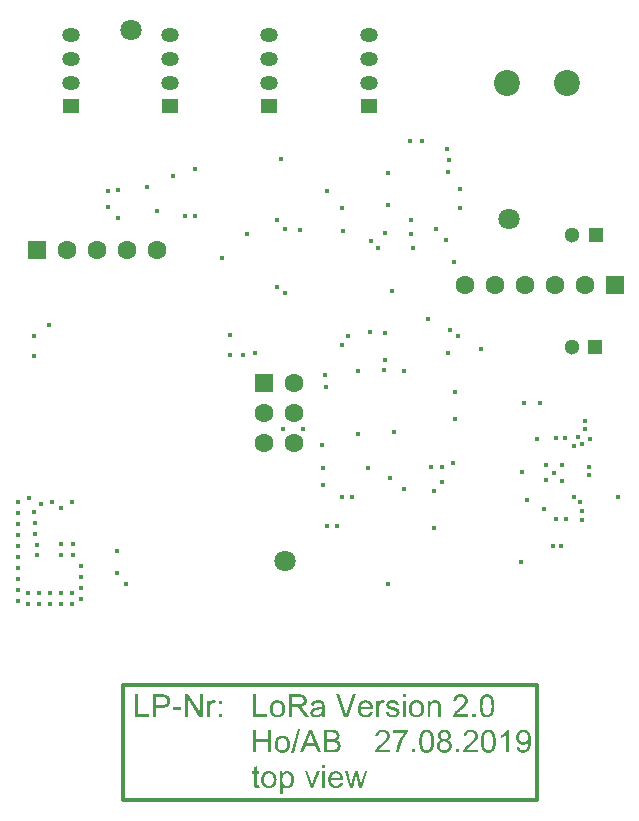
<source format=gbs>
G04*
G04 #@! TF.GenerationSoftware,Altium Limited,Altium Designer,18.1.9 (240)*
G04*
G04 Layer_Color=16711935*
%FSLAX44Y44*%
%MOMM*%
G71*
G01*
G75*
%ADD11C,0.3000*%
%ADD38C,1.8000*%
%ADD51C,1.3000*%
%ADD52R,1.3000X1.3000*%
%ADD53C,1.6000*%
%ADD54R,1.6000X1.6000*%
%ADD55R,1.4000X1.2000*%
%ADD56O,1.5000X1.2000*%
%ADD57C,2.2000*%
%ADD58C,0.4000*%
G36*
X1306156Y977101D02*
X1303807D01*
Y979800D01*
X1306156D01*
Y977101D01*
D02*
G37*
G36*
X1274489Y974776D02*
X1274639D01*
X1274839Y974751D01*
X1275264Y974676D01*
X1275739Y974576D01*
X1276289Y974401D01*
X1276814Y974176D01*
X1277339Y973876D01*
X1277364D01*
X1277389Y973826D01*
X1277464Y973776D01*
X1277563Y973701D01*
X1277813Y973502D01*
X1278113Y973202D01*
X1278438Y972827D01*
X1278788Y972402D01*
X1279113Y971877D01*
X1279413Y971277D01*
Y971252D01*
X1279438Y971202D01*
X1279488Y971102D01*
X1279513Y970977D01*
X1279588Y970827D01*
X1279638Y970652D01*
X1279688Y970427D01*
X1279763Y970202D01*
X1279888Y969652D01*
X1280013Y969053D01*
X1280088Y968353D01*
X1280113Y967628D01*
Y967603D01*
Y967528D01*
Y967428D01*
Y967278D01*
X1280088Y967078D01*
X1280063Y966853D01*
X1280038Y966628D01*
X1280013Y966353D01*
X1279913Y965753D01*
X1279788Y965104D01*
X1279588Y964429D01*
X1279338Y963779D01*
Y963754D01*
X1279313Y963704D01*
X1279263Y963629D01*
X1279188Y963504D01*
X1279113Y963354D01*
X1279013Y963204D01*
X1278763Y962829D01*
X1278438Y962404D01*
X1278063Y961954D01*
X1277614Y961555D01*
X1277089Y961180D01*
X1277064D01*
X1277014Y961130D01*
X1276939Y961105D01*
X1276839Y961030D01*
X1276714Y960980D01*
X1276539Y960905D01*
X1276164Y960730D01*
X1275714Y960555D01*
X1275189Y960430D01*
X1274614Y960330D01*
X1274014Y960280D01*
X1273814D01*
X1273590Y960305D01*
X1273315Y960355D01*
X1272990Y960405D01*
X1272615Y960480D01*
X1272265Y960605D01*
X1271890Y960780D01*
X1271840Y960805D01*
X1271740Y960880D01*
X1271565Y960980D01*
X1271365Y961130D01*
X1271115Y961305D01*
X1270865Y961530D01*
X1270615Y961755D01*
X1270365Y962029D01*
Y955256D01*
X1268016D01*
Y974501D01*
X1270165D01*
Y972677D01*
X1270190Y972727D01*
X1270290Y972852D01*
X1270465Y973027D01*
X1270665Y973277D01*
X1270915Y973527D01*
X1271190Y973776D01*
X1271515Y974026D01*
X1271865Y974251D01*
X1271915Y974276D01*
X1272040Y974326D01*
X1272240Y974426D01*
X1272515Y974526D01*
X1272865Y974626D01*
X1273265Y974726D01*
X1273715Y974776D01*
X1274189Y974801D01*
X1274364D01*
X1274489Y974776D01*
D02*
G37*
G36*
X1337698Y960580D02*
X1335274D01*
X1333049Y968903D01*
X1332500Y971277D01*
X1329675Y960580D01*
X1327201D01*
X1322977Y974501D01*
X1325426D01*
X1327651Y966453D01*
X1328450Y963454D01*
Y963479D01*
X1328475Y963529D01*
X1328501Y963654D01*
X1328526Y963779D01*
X1328551Y963904D01*
X1328600Y964054D01*
X1328651Y964254D01*
X1328700Y964479D01*
X1328775Y964754D01*
X1328850Y965079D01*
X1328950Y965454D01*
X1329050Y965854D01*
X1329175Y966328D01*
X1331375Y974501D01*
X1333799D01*
X1335899Y966403D01*
X1336573Y963754D01*
X1337373Y966453D01*
X1339773Y974501D01*
X1342072D01*
X1337698Y960580D01*
D02*
G37*
G36*
X1296459D02*
X1294184D01*
X1288936Y974501D01*
X1291435D01*
X1294409Y966153D01*
Y966128D01*
X1294434Y966103D01*
X1294459Y966028D01*
X1294484Y965928D01*
X1294584Y965654D01*
X1294709Y965304D01*
X1294859Y964879D01*
X1295009Y964404D01*
X1295159Y963879D01*
X1295309Y963354D01*
Y963379D01*
X1295334Y963404D01*
X1295359Y963554D01*
X1295434Y963779D01*
X1295534Y964104D01*
X1295659Y964479D01*
X1295809Y964929D01*
X1295984Y965454D01*
X1296184Y966003D01*
X1299258Y974501D01*
X1301707D01*
X1296459Y960580D01*
D02*
G37*
G36*
X1306156D02*
X1303807D01*
Y974501D01*
X1306156D01*
Y960580D01*
D02*
G37*
G36*
X1248396Y974501D02*
X1250770D01*
Y972677D01*
X1248396D01*
Y964529D01*
Y964479D01*
Y964354D01*
Y964179D01*
X1248421Y963979D01*
Y963754D01*
X1248446Y963529D01*
X1248471Y963354D01*
X1248496Y963204D01*
X1248521Y963154D01*
X1248596Y963054D01*
X1248721Y962904D01*
X1248896Y962754D01*
X1248921D01*
X1248946Y962729D01*
X1249021Y962704D01*
X1249121Y962679D01*
X1249371Y962629D01*
X1249721Y962604D01*
X1249996D01*
X1250146Y962629D01*
X1250346D01*
X1250546Y962654D01*
X1250770Y962679D01*
X1251095Y960605D01*
X1251045D01*
X1250920Y960580D01*
X1250745Y960555D01*
X1250496Y960505D01*
X1250220Y960480D01*
X1249921Y960430D01*
X1249296Y960405D01*
X1249096D01*
X1248846Y960430D01*
X1248571Y960455D01*
X1248246Y960505D01*
X1247921Y960580D01*
X1247596Y960680D01*
X1247321Y960805D01*
X1247296Y960830D01*
X1247196Y960880D01*
X1247096Y960955D01*
X1246946Y961080D01*
X1246771Y961230D01*
X1246597Y961430D01*
X1246447Y961630D01*
X1246321Y961854D01*
Y961880D01*
X1246272Y962004D01*
X1246247Y962179D01*
X1246197Y962454D01*
X1246172Y962629D01*
X1246147Y962829D01*
X1246122Y963054D01*
X1246097Y963329D01*
X1246072Y963604D01*
Y963929D01*
X1246047Y964279D01*
Y964654D01*
Y972677D01*
X1244297D01*
Y974501D01*
X1246047D01*
Y977925D01*
X1248396Y979350D01*
Y974501D01*
D02*
G37*
G36*
X1315929Y974776D02*
X1316154Y974751D01*
X1316429Y974701D01*
X1316754Y974651D01*
X1317078Y974576D01*
X1317428Y974476D01*
X1317803Y974326D01*
X1318178Y974176D01*
X1318553Y974001D01*
X1318953Y973776D01*
X1319328Y973527D01*
X1319678Y973227D01*
X1320028Y972902D01*
X1320053Y972877D01*
X1320103Y972802D01*
X1320203Y972702D01*
X1320303Y972552D01*
X1320428Y972352D01*
X1320578Y972127D01*
X1320753Y971852D01*
X1320927Y971527D01*
X1321077Y971152D01*
X1321252Y970752D01*
X1321402Y970327D01*
X1321527Y969853D01*
X1321627Y969328D01*
X1321727Y968778D01*
X1321777Y968178D01*
X1321802Y967553D01*
Y967503D01*
Y967403D01*
Y967203D01*
X1321777Y966928D01*
X1311405D01*
Y966903D01*
Y966828D01*
X1311430Y966703D01*
X1311455Y966553D01*
X1311480Y966353D01*
X1311505Y966128D01*
X1311605Y965629D01*
X1311780Y965054D01*
X1312005Y964479D01*
X1312305Y963929D01*
X1312480Y963679D01*
X1312679Y963429D01*
X1312704Y963404D01*
X1312729Y963379D01*
X1312805Y963329D01*
X1312879Y963254D01*
X1313154Y963054D01*
X1313479Y962829D01*
X1313904Y962604D01*
X1314404Y962429D01*
X1314979Y962279D01*
X1315279Y962254D01*
X1315604Y962229D01*
X1315829D01*
X1316054Y962254D01*
X1316379Y962304D01*
X1316703Y962404D01*
X1317078Y962504D01*
X1317453Y962679D01*
X1317803Y962904D01*
X1317853Y962929D01*
X1317953Y963029D01*
X1318128Y963204D01*
X1318328Y963429D01*
X1318553Y963729D01*
X1318803Y964129D01*
X1319053Y964579D01*
X1319253Y965104D01*
X1321702Y964779D01*
Y964754D01*
X1321677Y964679D01*
X1321652Y964579D01*
X1321577Y964429D01*
X1321527Y964254D01*
X1321427Y964029D01*
X1321227Y963554D01*
X1320927Y963029D01*
X1320553Y962479D01*
X1320103Y961929D01*
X1319578Y961455D01*
X1319553D01*
X1319503Y961405D01*
X1319428Y961355D01*
X1319303Y961280D01*
X1319153Y961180D01*
X1318953Y961080D01*
X1318753Y960980D01*
X1318503Y960880D01*
X1318228Y960755D01*
X1317928Y960655D01*
X1317603Y960555D01*
X1317253Y960455D01*
X1316479Y960330D01*
X1316054Y960305D01*
X1315604Y960280D01*
X1315479D01*
X1315304Y960305D01*
X1315104D01*
X1314854Y960330D01*
X1314554Y960380D01*
X1314204Y960430D01*
X1313854Y960505D01*
X1313479Y960605D01*
X1313079Y960730D01*
X1312679Y960880D01*
X1312280Y961080D01*
X1311880Y961280D01*
X1311480Y961530D01*
X1311105Y961830D01*
X1310755Y962154D01*
X1310730Y962179D01*
X1310680Y962254D01*
X1310580Y962354D01*
X1310480Y962504D01*
X1310355Y962704D01*
X1310205Y962929D01*
X1310030Y963204D01*
X1309880Y963504D01*
X1309705Y963879D01*
X1309530Y964254D01*
X1309380Y964704D01*
X1309255Y965154D01*
X1309155Y965678D01*
X1309055Y966203D01*
X1309005Y966778D01*
X1308981Y967403D01*
Y967453D01*
Y967553D01*
X1309005Y967753D01*
Y967978D01*
X1309030Y968278D01*
X1309081Y968628D01*
X1309131Y969003D01*
X1309205Y969403D01*
X1309305Y969827D01*
X1309430Y970277D01*
X1309555Y970727D01*
X1309730Y971177D01*
X1309955Y971627D01*
X1310180Y972077D01*
X1310455Y972477D01*
X1310780Y972852D01*
X1310805Y972877D01*
X1310855Y972927D01*
X1310955Y973027D01*
X1311105Y973152D01*
X1311280Y973302D01*
X1311505Y973476D01*
X1311755Y973652D01*
X1312030Y973826D01*
X1312355Y974001D01*
X1312704Y974176D01*
X1313104Y974351D01*
X1313504Y974501D01*
X1313954Y974626D01*
X1314429Y974726D01*
X1314929Y974776D01*
X1315454Y974801D01*
X1315729D01*
X1315929Y974776D01*
D02*
G37*
G36*
X1259193D02*
X1259443Y974751D01*
X1259718Y974701D01*
X1260043Y974651D01*
X1260393Y974576D01*
X1260743Y974476D01*
X1261118Y974326D01*
X1261518Y974176D01*
X1261917Y974001D01*
X1262317Y973776D01*
X1262692Y973527D01*
X1263067Y973227D01*
X1263417Y972902D01*
X1263442Y972877D01*
X1263492Y972827D01*
X1263592Y972702D01*
X1263692Y972552D01*
X1263842Y972377D01*
X1263992Y972127D01*
X1264167Y971852D01*
X1264342Y971552D01*
X1264492Y971202D01*
X1264667Y970827D01*
X1264817Y970402D01*
X1264967Y969927D01*
X1265067Y969428D01*
X1265167Y968903D01*
X1265217Y968328D01*
X1265242Y967728D01*
Y967703D01*
Y967603D01*
Y967478D01*
Y967278D01*
X1265217Y967053D01*
X1265192Y966803D01*
X1265167Y966503D01*
X1265142Y966203D01*
X1265042Y965529D01*
X1264892Y964829D01*
X1264692Y964129D01*
X1264567Y963804D01*
X1264417Y963504D01*
Y963479D01*
X1264392Y963429D01*
X1264342Y963354D01*
X1264267Y963254D01*
X1264092Y962979D01*
X1263817Y962629D01*
X1263492Y962254D01*
X1263092Y961854D01*
X1262617Y961480D01*
X1262067Y961130D01*
X1262042D01*
X1261992Y961105D01*
X1261917Y961055D01*
X1261793Y961005D01*
X1261668Y960930D01*
X1261493Y960855D01*
X1261068Y960705D01*
X1260593Y960555D01*
X1260018Y960405D01*
X1259393Y960305D01*
X1258718Y960280D01*
X1258593D01*
X1258443Y960305D01*
X1258243D01*
X1257993Y960330D01*
X1257719Y960380D01*
X1257394Y960430D01*
X1257044Y960505D01*
X1256669Y960605D01*
X1256294Y960730D01*
X1255919Y960880D01*
X1255519Y961055D01*
X1255119Y961280D01*
X1254744Y961530D01*
X1254370Y961805D01*
X1254020Y962129D01*
X1253995Y962154D01*
X1253945Y962229D01*
X1253845Y962329D01*
X1253745Y962479D01*
X1253595Y962679D01*
X1253445Y962904D01*
X1253295Y963179D01*
X1253120Y963504D01*
X1252945Y963879D01*
X1252795Y964279D01*
X1252645Y964704D01*
X1252495Y965204D01*
X1252395Y965729D01*
X1252295Y966278D01*
X1252245Y966878D01*
X1252220Y967528D01*
Y967578D01*
Y967703D01*
X1252245Y967903D01*
Y968153D01*
X1252295Y968478D01*
X1252345Y968853D01*
X1252395Y969253D01*
X1252495Y969678D01*
X1252595Y970152D01*
X1252745Y970627D01*
X1252920Y971102D01*
X1253120Y971577D01*
X1253370Y972027D01*
X1253645Y972477D01*
X1253970Y972877D01*
X1254344Y973252D01*
X1254370Y973277D01*
X1254419Y973327D01*
X1254519Y973402D01*
X1254669Y973502D01*
X1254844Y973602D01*
X1255044Y973752D01*
X1255294Y973876D01*
X1255569Y974026D01*
X1255869Y974176D01*
X1256194Y974301D01*
X1256569Y974451D01*
X1256944Y974551D01*
X1257369Y974651D01*
X1257794Y974726D01*
X1258243Y974776D01*
X1258718Y974801D01*
X1258993D01*
X1259193Y974776D01*
D02*
G37*
G36*
X1260613Y990580D02*
X1258064D01*
Y999628D01*
X1248116D01*
Y990580D01*
X1245567D01*
Y1009800D01*
X1248116D01*
Y1001902D01*
X1258064D01*
Y1009800D01*
X1260613D01*
Y990580D01*
D02*
G37*
G36*
X1312775Y1009775D02*
X1313000D01*
X1313500Y1009725D01*
X1314050Y1009650D01*
X1314649Y1009550D01*
X1315224Y1009400D01*
X1315749Y1009200D01*
X1315774D01*
X1315799Y1009175D01*
X1315874Y1009150D01*
X1315974Y1009100D01*
X1316199Y1008950D01*
X1316499Y1008750D01*
X1316849Y1008500D01*
X1317174Y1008200D01*
X1317524Y1007825D01*
X1317824Y1007401D01*
Y1007375D01*
X1317849Y1007350D01*
X1317948Y1007201D01*
X1318073Y1006951D01*
X1318223Y1006626D01*
X1318348Y1006251D01*
X1318473Y1005826D01*
X1318573Y1005376D01*
X1318598Y1004876D01*
Y1004851D01*
Y1004826D01*
Y1004751D01*
Y1004676D01*
X1318573Y1004426D01*
X1318523Y1004126D01*
X1318423Y1003752D01*
X1318323Y1003352D01*
X1318148Y1002952D01*
X1317923Y1002527D01*
X1317899Y1002477D01*
X1317799Y1002352D01*
X1317649Y1002152D01*
X1317424Y1001902D01*
X1317124Y1001627D01*
X1316774Y1001352D01*
X1316374Y1001052D01*
X1315899Y1000802D01*
X1315924D01*
X1315974Y1000777D01*
X1316074Y1000752D01*
X1316199Y1000702D01*
X1316324Y1000652D01*
X1316499Y1000577D01*
X1316899Y1000377D01*
X1317324Y1000127D01*
X1317774Y999827D01*
X1318199Y999453D01*
X1318573Y999028D01*
Y999003D01*
X1318623Y998978D01*
X1318673Y998903D01*
X1318723Y998803D01*
X1318873Y998553D01*
X1319048Y998203D01*
X1319223Y997778D01*
X1319373Y997278D01*
X1319473Y996728D01*
X1319523Y996128D01*
Y996103D01*
Y996078D01*
Y996003D01*
Y995903D01*
X1319498Y995654D01*
X1319448Y995304D01*
X1319373Y994929D01*
X1319273Y994504D01*
X1319148Y994079D01*
X1318948Y993629D01*
X1318923Y993579D01*
X1318848Y993429D01*
X1318723Y993229D01*
X1318548Y992979D01*
X1318348Y992679D01*
X1318098Y992379D01*
X1317824Y992104D01*
X1317524Y991830D01*
X1317499Y991805D01*
X1317374Y991730D01*
X1317199Y991605D01*
X1316949Y991480D01*
X1316649Y991330D01*
X1316299Y991155D01*
X1315874Y991005D01*
X1315424Y990880D01*
X1315374D01*
X1315299Y990855D01*
X1315199Y990830D01*
X1315074Y990805D01*
X1314924Y990780D01*
X1314574Y990730D01*
X1314124Y990680D01*
X1313600Y990630D01*
X1313000Y990605D01*
X1312325Y990580D01*
X1305027D01*
Y1009800D01*
X1312600D01*
X1312775Y1009775D01*
D02*
G37*
G36*
X1303052Y990580D02*
X1300178D01*
X1297954Y996403D01*
X1289906D01*
X1287806Y990580D01*
X1285132D01*
X1292455Y1009800D01*
X1295229D01*
X1303052Y990580D01*
D02*
G37*
G36*
X1270661Y1004776D02*
X1270911Y1004751D01*
X1271186Y1004701D01*
X1271510Y1004651D01*
X1271860Y1004576D01*
X1272210Y1004476D01*
X1272585Y1004326D01*
X1272985Y1004176D01*
X1273385Y1004001D01*
X1273785Y1003776D01*
X1274160Y1003527D01*
X1274535Y1003227D01*
X1274884Y1002902D01*
X1274910Y1002877D01*
X1274959Y1002827D01*
X1275060Y1002702D01*
X1275160Y1002552D01*
X1275309Y1002377D01*
X1275459Y1002127D01*
X1275634Y1001852D01*
X1275809Y1001552D01*
X1275959Y1001202D01*
X1276134Y1000827D01*
X1276284Y1000402D01*
X1276434Y999927D01*
X1276534Y999428D01*
X1276634Y998903D01*
X1276684Y998328D01*
X1276709Y997728D01*
Y997703D01*
Y997603D01*
Y997478D01*
Y997278D01*
X1276684Y997053D01*
X1276659Y996803D01*
X1276634Y996503D01*
X1276609Y996203D01*
X1276509Y995529D01*
X1276359Y994829D01*
X1276159Y994129D01*
X1276034Y993804D01*
X1275884Y993504D01*
Y993479D01*
X1275859Y993429D01*
X1275809Y993354D01*
X1275734Y993254D01*
X1275559Y992979D01*
X1275284Y992629D01*
X1274959Y992254D01*
X1274560Y991854D01*
X1274085Y991480D01*
X1273535Y991130D01*
X1273510D01*
X1273460Y991105D01*
X1273385Y991055D01*
X1273260Y991005D01*
X1273135Y990930D01*
X1272960Y990855D01*
X1272535Y990705D01*
X1272060Y990555D01*
X1271485Y990405D01*
X1270861Y990305D01*
X1270186Y990280D01*
X1270061D01*
X1269911Y990305D01*
X1269711D01*
X1269461Y990330D01*
X1269186Y990380D01*
X1268861Y990430D01*
X1268511Y990505D01*
X1268136Y990605D01*
X1267761Y990730D01*
X1267386Y990880D01*
X1266987Y991055D01*
X1266587Y991280D01*
X1266212Y991530D01*
X1265837Y991805D01*
X1265487Y992129D01*
X1265462Y992154D01*
X1265412Y992229D01*
X1265312Y992329D01*
X1265212Y992479D01*
X1265062Y992679D01*
X1264912Y992904D01*
X1264762Y993179D01*
X1264587Y993504D01*
X1264412Y993879D01*
X1264262Y994279D01*
X1264112Y994704D01*
X1263962Y995204D01*
X1263862Y995729D01*
X1263762Y996278D01*
X1263712Y996878D01*
X1263687Y997528D01*
Y997578D01*
Y997703D01*
X1263712Y997903D01*
Y998153D01*
X1263762Y998478D01*
X1263812Y998853D01*
X1263862Y999253D01*
X1263962Y999678D01*
X1264062Y1000152D01*
X1264212Y1000627D01*
X1264387Y1001102D01*
X1264587Y1001577D01*
X1264837Y1002027D01*
X1265112Y1002477D01*
X1265437Y1002877D01*
X1265812Y1003252D01*
X1265837Y1003277D01*
X1265887Y1003327D01*
X1265987Y1003401D01*
X1266137Y1003502D01*
X1266312Y1003602D01*
X1266512Y1003752D01*
X1266762Y1003876D01*
X1267037Y1004026D01*
X1267337Y1004176D01*
X1267661Y1004301D01*
X1268036Y1004451D01*
X1268411Y1004551D01*
X1268836Y1004651D01*
X1269261Y1004726D01*
X1269711Y1004776D01*
X1270186Y1004801D01*
X1270461D01*
X1270661Y1004776D01*
D02*
G37*
G36*
X1279608Y990255D02*
X1277709D01*
X1283282Y1010125D01*
X1285182D01*
X1279608Y990255D01*
D02*
G37*
G36*
X1212075Y1034751D02*
X1212375Y1034701D01*
X1212750Y1034601D01*
X1213175Y1034476D01*
X1213600Y1034276D01*
X1214074Y1034026D01*
X1213250Y1031852D01*
X1213200Y1031877D01*
X1213100Y1031927D01*
X1212925Y1032002D01*
X1212700Y1032102D01*
X1212450Y1032202D01*
X1212150Y1032277D01*
X1211825Y1032327D01*
X1211500Y1032352D01*
X1211375D01*
X1211225Y1032327D01*
X1211025Y1032302D01*
X1210825Y1032227D01*
X1210575Y1032152D01*
X1210350Y1032027D01*
X1210100Y1031877D01*
X1210076Y1031852D01*
X1210001Y1031802D01*
X1209901Y1031677D01*
X1209776Y1031527D01*
X1209626Y1031352D01*
X1209476Y1031127D01*
X1209351Y1030877D01*
X1209226Y1030577D01*
Y1030552D01*
X1209201Y1030527D01*
Y1030452D01*
X1209176Y1030352D01*
X1209101Y1030102D01*
X1209051Y1029778D01*
X1208976Y1029353D01*
X1208901Y1028903D01*
X1208876Y1028378D01*
X1208851Y1027828D01*
Y1020580D01*
X1206501D01*
Y1034501D01*
X1208626D01*
Y1032377D01*
X1208651Y1032427D01*
X1208701Y1032502D01*
X1208751Y1032602D01*
X1208926Y1032852D01*
X1209101Y1033152D01*
X1209326Y1033502D01*
X1209576Y1033826D01*
X1209851Y1034101D01*
X1210100Y1034326D01*
X1210126Y1034351D01*
X1210226Y1034401D01*
X1210376Y1034476D01*
X1210550Y1034576D01*
X1210775Y1034651D01*
X1211050Y1034726D01*
X1211325Y1034776D01*
X1211625Y1034801D01*
X1211825D01*
X1212075Y1034751D01*
D02*
G37*
G36*
X1218823Y1031802D02*
X1216124D01*
Y1034501D01*
X1218823D01*
Y1031802D01*
D02*
G37*
G36*
X1184507Y1026353D02*
X1177259D01*
Y1028728D01*
X1184507D01*
Y1026353D01*
D02*
G37*
G36*
X1202552Y1020580D02*
X1199928D01*
X1189856Y1035651D01*
Y1020580D01*
X1187406D01*
Y1039800D01*
X1190006D01*
X1200103Y1024704D01*
Y1039800D01*
X1202552D01*
Y1020580D01*
D02*
G37*
G36*
X1218823D02*
X1216124D01*
Y1023279D01*
X1218823D01*
Y1020580D01*
D02*
G37*
G36*
X1168911Y1039775D02*
X1169361Y1039750D01*
X1169861Y1039725D01*
X1170336Y1039675D01*
X1170736Y1039600D01*
X1170811D01*
X1170861Y1039575D01*
X1170960Y1039550D01*
X1171236Y1039500D01*
X1171560Y1039400D01*
X1171935Y1039275D01*
X1172310Y1039125D01*
X1172710Y1038925D01*
X1173085Y1038700D01*
X1173135Y1038675D01*
X1173235Y1038575D01*
X1173435Y1038425D01*
X1173635Y1038225D01*
X1173885Y1037975D01*
X1174160Y1037651D01*
X1174410Y1037275D01*
X1174635Y1036851D01*
Y1036826D01*
X1174660Y1036801D01*
X1174685Y1036726D01*
X1174735Y1036651D01*
X1174835Y1036401D01*
X1174934Y1036076D01*
X1175034Y1035676D01*
X1175135Y1035226D01*
X1175210Y1034751D01*
X1175235Y1034226D01*
Y1034201D01*
Y1034126D01*
Y1034001D01*
X1175210Y1033826D01*
X1175184Y1033602D01*
X1175160Y1033352D01*
X1175109Y1033077D01*
X1175034Y1032802D01*
X1174860Y1032127D01*
X1174735Y1031802D01*
X1174560Y1031452D01*
X1174385Y1031102D01*
X1174185Y1030752D01*
X1173935Y1030402D01*
X1173660Y1030077D01*
X1173635Y1030052D01*
X1173585Y1030002D01*
X1173485Y1029927D01*
X1173360Y1029802D01*
X1173185Y1029678D01*
X1172960Y1029553D01*
X1172685Y1029378D01*
X1172385Y1029228D01*
X1172010Y1029078D01*
X1171610Y1028928D01*
X1171135Y1028778D01*
X1170636Y1028653D01*
X1170061Y1028528D01*
X1169436Y1028453D01*
X1168761Y1028403D01*
X1168036Y1028378D01*
X1163138D01*
Y1020580D01*
X1160588D01*
Y1039800D01*
X1168486D01*
X1168911Y1039775D01*
D02*
G37*
G36*
X1148116Y1022854D02*
X1157564D01*
Y1020580D01*
X1145567D01*
Y1039800D01*
X1148116D01*
Y1022854D01*
D02*
G37*
G36*
X1374509Y1037101D02*
X1372160D01*
Y1039800D01*
X1374509D01*
Y1037101D01*
D02*
G37*
G36*
X1400027Y1034776D02*
X1400352Y1034751D01*
X1400702Y1034676D01*
X1401102Y1034601D01*
X1401502Y1034476D01*
X1401902Y1034326D01*
X1401952Y1034301D01*
X1402077Y1034251D01*
X1402252Y1034151D01*
X1402502Y1034001D01*
X1402752Y1033851D01*
X1403002Y1033652D01*
X1403252Y1033401D01*
X1403477Y1033152D01*
X1403502Y1033127D01*
X1403552Y1033027D01*
X1403652Y1032877D01*
X1403777Y1032652D01*
X1403876Y1032402D01*
X1404001Y1032102D01*
X1404102Y1031777D01*
X1404201Y1031402D01*
Y1031377D01*
X1404226Y1031277D01*
X1404251Y1031102D01*
X1404276Y1030877D01*
X1404301Y1030552D01*
X1404326Y1030177D01*
X1404351Y1029703D01*
Y1029128D01*
Y1020580D01*
X1402002D01*
Y1029028D01*
Y1029053D01*
Y1029103D01*
Y1029153D01*
Y1029253D01*
X1401977Y1029528D01*
Y1029827D01*
X1401927Y1030177D01*
X1401877Y1030527D01*
X1401802Y1030852D01*
X1401702Y1031152D01*
Y1031177D01*
X1401652Y1031277D01*
X1401577Y1031402D01*
X1401477Y1031577D01*
X1401352Y1031752D01*
X1401177Y1031952D01*
X1400977Y1032127D01*
X1400727Y1032302D01*
X1400702Y1032327D01*
X1400602Y1032377D01*
X1400452Y1032452D01*
X1400252Y1032527D01*
X1400027Y1032602D01*
X1399753Y1032677D01*
X1399428Y1032727D01*
X1399103Y1032752D01*
X1398953D01*
X1398853Y1032727D01*
X1398553Y1032702D01*
X1398203Y1032627D01*
X1397803Y1032527D01*
X1397353Y1032352D01*
X1396903Y1032102D01*
X1396478Y1031777D01*
X1396428Y1031727D01*
X1396378Y1031677D01*
X1396304Y1031577D01*
X1396228Y1031477D01*
X1396129Y1031327D01*
X1396053Y1031177D01*
X1395954Y1030977D01*
X1395854Y1030727D01*
X1395754Y1030477D01*
X1395654Y1030177D01*
X1395579Y1029852D01*
X1395504Y1029477D01*
X1395454Y1029078D01*
X1395429Y1028628D01*
X1395404Y1028153D01*
Y1020580D01*
X1393054D01*
Y1034501D01*
X1395179D01*
Y1032502D01*
X1395204Y1032527D01*
X1395254Y1032602D01*
X1395329Y1032727D01*
X1395454Y1032852D01*
X1395629Y1033027D01*
X1395804Y1033227D01*
X1396028Y1033427D01*
X1396304Y1033652D01*
X1396603Y1033876D01*
X1396928Y1034076D01*
X1397278Y1034276D01*
X1397678Y1034451D01*
X1398103Y1034601D01*
X1398553Y1034701D01*
X1399053Y1034776D01*
X1399578Y1034801D01*
X1399803D01*
X1400027Y1034776D01*
D02*
G37*
G36*
X1355339Y1034751D02*
X1355639Y1034701D01*
X1356014Y1034601D01*
X1356439Y1034476D01*
X1356864Y1034276D01*
X1357338Y1034026D01*
X1356514Y1031852D01*
X1356464Y1031877D01*
X1356364Y1031927D01*
X1356189Y1032002D01*
X1355964Y1032102D01*
X1355714Y1032202D01*
X1355414Y1032277D01*
X1355089Y1032327D01*
X1354764Y1032352D01*
X1354639D01*
X1354489Y1032327D01*
X1354289Y1032302D01*
X1354089Y1032227D01*
X1353839Y1032152D01*
X1353614Y1032027D01*
X1353365Y1031877D01*
X1353340Y1031852D01*
X1353264Y1031802D01*
X1353165Y1031677D01*
X1353040Y1031527D01*
X1352890Y1031352D01*
X1352740Y1031127D01*
X1352615Y1030877D01*
X1352490Y1030577D01*
Y1030552D01*
X1352465Y1030527D01*
Y1030452D01*
X1352440Y1030352D01*
X1352365Y1030102D01*
X1352315Y1029778D01*
X1352240Y1029353D01*
X1352165Y1028903D01*
X1352140Y1028378D01*
X1352115Y1027828D01*
Y1020580D01*
X1349765D01*
Y1034501D01*
X1351890D01*
Y1032377D01*
X1351915Y1032427D01*
X1351965Y1032502D01*
X1352015Y1032602D01*
X1352190Y1032852D01*
X1352365Y1033152D01*
X1352590Y1033502D01*
X1352840Y1033826D01*
X1353114Y1034101D01*
X1353365Y1034326D01*
X1353389Y1034351D01*
X1353489Y1034401D01*
X1353639Y1034476D01*
X1353814Y1034576D01*
X1354039Y1034651D01*
X1354314Y1034726D01*
X1354589Y1034776D01*
X1354889Y1034801D01*
X1355089D01*
X1355339Y1034751D01*
D02*
G37*
G36*
X1363737Y1034776D02*
X1363887D01*
X1364287Y1034751D01*
X1364711Y1034676D01*
X1365211Y1034601D01*
X1365686Y1034476D01*
X1366161Y1034326D01*
X1366186D01*
X1366211Y1034301D01*
X1366361Y1034251D01*
X1366586Y1034126D01*
X1366861Y1033976D01*
X1367161Y1033801D01*
X1367461Y1033577D01*
X1367761Y1033327D01*
X1368011Y1033027D01*
X1368036Y1033002D01*
X1368111Y1032877D01*
X1368211Y1032702D01*
X1368336Y1032452D01*
X1368486Y1032152D01*
X1368611Y1031802D01*
X1368736Y1031377D01*
X1368835Y1030902D01*
X1366536Y1030577D01*
Y1030627D01*
X1366486Y1030752D01*
X1366436Y1030952D01*
X1366361Y1031177D01*
X1366236Y1031452D01*
X1366061Y1031727D01*
X1365861Y1031977D01*
X1365611Y1032227D01*
X1365586Y1032252D01*
X1365461Y1032327D01*
X1365311Y1032427D01*
X1365061Y1032552D01*
X1364762Y1032652D01*
X1364387Y1032752D01*
X1363962Y1032827D01*
X1363462Y1032852D01*
X1363187D01*
X1362912Y1032827D01*
X1362562Y1032777D01*
X1362187Y1032727D01*
X1361787Y1032627D01*
X1361437Y1032477D01*
X1361138Y1032302D01*
X1361113Y1032277D01*
X1361037Y1032202D01*
X1360912Y1032102D01*
X1360813Y1031952D01*
X1360688Y1031777D01*
X1360563Y1031552D01*
X1360488Y1031327D01*
X1360463Y1031052D01*
Y1031027D01*
Y1030977D01*
X1360488Y1030902D01*
Y1030777D01*
X1360588Y1030527D01*
X1360638Y1030377D01*
X1360738Y1030227D01*
X1360763Y1030202D01*
X1360788Y1030177D01*
X1360862Y1030102D01*
X1360963Y1030002D01*
X1361087Y1029902D01*
X1361237Y1029802D01*
X1361437Y1029703D01*
X1361637Y1029603D01*
X1361662D01*
X1361712Y1029577D01*
X1361837Y1029528D01*
X1362037Y1029477D01*
X1362312Y1029403D01*
X1362487Y1029353D01*
X1362687Y1029303D01*
X1362912Y1029228D01*
X1363162Y1029178D01*
X1363437Y1029078D01*
X1363737Y1029003D01*
X1363762D01*
X1363837Y1028978D01*
X1363987Y1028953D01*
X1364137Y1028903D01*
X1364337Y1028828D01*
X1364587Y1028778D01*
X1365111Y1028628D01*
X1365686Y1028453D01*
X1366261Y1028278D01*
X1366786Y1028103D01*
X1367011Y1028003D01*
X1367211Y1027928D01*
X1367261Y1027903D01*
X1367386Y1027853D01*
X1367561Y1027753D01*
X1367786Y1027603D01*
X1368036Y1027428D01*
X1368286Y1027228D01*
X1368561Y1026978D01*
X1368786Y1026678D01*
X1368810Y1026653D01*
X1368885Y1026528D01*
X1368961Y1026353D01*
X1369085Y1026128D01*
X1369185Y1025828D01*
X1369260Y1025504D01*
X1369335Y1025104D01*
X1369360Y1024679D01*
Y1024654D01*
Y1024629D01*
Y1024479D01*
X1369335Y1024254D01*
X1369285Y1023954D01*
X1369185Y1023604D01*
X1369060Y1023229D01*
X1368885Y1022829D01*
X1368660Y1022429D01*
X1368636Y1022379D01*
X1368536Y1022254D01*
X1368361Y1022079D01*
X1368161Y1021854D01*
X1367861Y1021580D01*
X1367511Y1021330D01*
X1367111Y1021055D01*
X1366661Y1020830D01*
X1366636D01*
X1366611Y1020805D01*
X1366536Y1020780D01*
X1366436Y1020755D01*
X1366161Y1020655D01*
X1365811Y1020555D01*
X1365386Y1020455D01*
X1364886Y1020355D01*
X1364337Y1020305D01*
X1363737Y1020280D01*
X1363487D01*
X1363287Y1020305D01*
X1363062D01*
X1362812Y1020330D01*
X1362512Y1020380D01*
X1362187Y1020430D01*
X1361537Y1020555D01*
X1360838Y1020755D01*
X1360188Y1021030D01*
X1359863Y1021180D01*
X1359588Y1021380D01*
X1359563Y1021405D01*
X1359538Y1021430D01*
X1359463Y1021505D01*
X1359363Y1021580D01*
X1359238Y1021704D01*
X1359113Y1021854D01*
X1358988Y1022029D01*
X1358838Y1022229D01*
X1358688Y1022454D01*
X1358513Y1022704D01*
X1358363Y1022979D01*
X1358238Y1023279D01*
X1358088Y1023604D01*
X1357963Y1023954D01*
X1357863Y1024329D01*
X1357788Y1024729D01*
X1360113Y1025104D01*
Y1025079D01*
Y1025054D01*
X1360138Y1024979D01*
X1360163Y1024879D01*
X1360213Y1024629D01*
X1360313Y1024304D01*
X1360463Y1023954D01*
X1360638Y1023604D01*
X1360887Y1023254D01*
X1361187Y1022954D01*
X1361237Y1022929D01*
X1361362Y1022854D01*
X1361562Y1022729D01*
X1361837Y1022604D01*
X1362212Y1022454D01*
X1362637Y1022354D01*
X1363137Y1022254D01*
X1363712Y1022229D01*
X1363987D01*
X1364262Y1022254D01*
X1364637Y1022304D01*
X1365011Y1022379D01*
X1365411Y1022504D01*
X1365811Y1022654D01*
X1366136Y1022879D01*
X1366161Y1022904D01*
X1366261Y1023004D01*
X1366386Y1023129D01*
X1366536Y1023329D01*
X1366686Y1023554D01*
X1366811Y1023804D01*
X1366911Y1024104D01*
X1366936Y1024429D01*
Y1024454D01*
Y1024554D01*
X1366911Y1024704D01*
X1366861Y1024879D01*
X1366761Y1025079D01*
X1366636Y1025279D01*
X1366461Y1025479D01*
X1366236Y1025678D01*
X1366211Y1025704D01*
X1366136Y1025729D01*
X1365986Y1025804D01*
X1365736Y1025879D01*
X1365586Y1025953D01*
X1365436Y1026003D01*
X1365236Y1026053D01*
X1365011Y1026128D01*
X1364762Y1026203D01*
X1364462Y1026278D01*
X1364162Y1026378D01*
X1363812Y1026453D01*
X1363787D01*
X1363687Y1026478D01*
X1363562Y1026528D01*
X1363387Y1026578D01*
X1363187Y1026628D01*
X1362937Y1026703D01*
X1362387Y1026853D01*
X1361787Y1027028D01*
X1361187Y1027228D01*
X1360912Y1027328D01*
X1360663Y1027428D01*
X1360413Y1027503D01*
X1360213Y1027603D01*
X1360163Y1027628D01*
X1360038Y1027703D01*
X1359863Y1027803D01*
X1359638Y1027953D01*
X1359413Y1028128D01*
X1359138Y1028353D01*
X1358913Y1028603D01*
X1358688Y1028903D01*
X1358663Y1028953D01*
X1358613Y1029053D01*
X1358538Y1029228D01*
X1358438Y1029453D01*
X1358338Y1029727D01*
X1358263Y1030052D01*
X1358213Y1030402D01*
X1358188Y1030777D01*
Y1030827D01*
Y1030927D01*
X1358213Y1031102D01*
X1358238Y1031352D01*
X1358288Y1031602D01*
X1358363Y1031902D01*
X1358463Y1032202D01*
X1358613Y1032502D01*
X1358638Y1032527D01*
X1358688Y1032627D01*
X1358788Y1032777D01*
X1358913Y1032977D01*
X1359088Y1033177D01*
X1359288Y1033401D01*
X1359513Y1033626D01*
X1359763Y1033826D01*
X1359788Y1033851D01*
X1359863Y1033901D01*
X1359988Y1033976D01*
X1360163Y1034051D01*
X1360363Y1034176D01*
X1360638Y1034276D01*
X1360938Y1034401D01*
X1361262Y1034501D01*
X1361312Y1034526D01*
X1361437Y1034551D01*
X1361612Y1034601D01*
X1361887Y1034651D01*
X1362187Y1034701D01*
X1362537Y1034751D01*
X1362912Y1034801D01*
X1363587D01*
X1363737Y1034776D01*
D02*
G37*
G36*
X1325397Y1020580D02*
X1322747D01*
X1315299Y1039800D01*
X1318073D01*
X1323072Y1025828D01*
Y1025804D01*
X1323097Y1025753D01*
X1323122Y1025654D01*
X1323172Y1025554D01*
X1323222Y1025404D01*
X1323272Y1025229D01*
X1323422Y1024804D01*
X1323572Y1024329D01*
X1323747Y1023804D01*
X1323922Y1023229D01*
X1324072Y1022679D01*
Y1022704D01*
X1324097Y1022754D01*
X1324122Y1022829D01*
X1324147Y1022954D01*
X1324197Y1023104D01*
X1324247Y1023254D01*
X1324372Y1023654D01*
X1324522Y1024129D01*
X1324697Y1024679D01*
X1324897Y1025254D01*
X1325122Y1025828D01*
X1330320Y1039800D01*
X1332895D01*
X1325397Y1020580D01*
D02*
G37*
G36*
X1433719D02*
X1431020D01*
Y1023279D01*
X1433719D01*
Y1020580D01*
D02*
G37*
G36*
X1421547Y1039850D02*
X1421797Y1039825D01*
X1422072Y1039800D01*
X1422372Y1039750D01*
X1422697Y1039675D01*
X1423396Y1039500D01*
X1423746Y1039375D01*
X1424121Y1039225D01*
X1424496Y1039050D01*
X1424846Y1038825D01*
X1425171Y1038600D01*
X1425496Y1038325D01*
X1425521Y1038300D01*
X1425571Y1038250D01*
X1425646Y1038175D01*
X1425746Y1038050D01*
X1425871Y1037900D01*
X1426021Y1037725D01*
X1426146Y1037525D01*
X1426321Y1037275D01*
X1426471Y1037026D01*
X1426596Y1036726D01*
X1426871Y1036076D01*
X1426971Y1035726D01*
X1427046Y1035351D01*
X1427096Y1034951D01*
X1427121Y1034526D01*
Y1034476D01*
Y1034326D01*
X1427096Y1034101D01*
X1427071Y1033801D01*
X1426996Y1033476D01*
X1426921Y1033077D01*
X1426796Y1032677D01*
X1426646Y1032252D01*
X1426621Y1032202D01*
X1426546Y1032052D01*
X1426446Y1031827D01*
X1426271Y1031552D01*
X1426046Y1031202D01*
X1425771Y1030802D01*
X1425446Y1030352D01*
X1425071Y1029902D01*
Y1029877D01*
X1425021Y1029852D01*
X1424946Y1029778D01*
X1424871Y1029678D01*
X1424746Y1029553D01*
X1424596Y1029403D01*
X1424421Y1029228D01*
X1424196Y1029028D01*
X1423971Y1028803D01*
X1423696Y1028553D01*
X1423396Y1028253D01*
X1423072Y1027953D01*
X1422697Y1027628D01*
X1422322Y1027303D01*
X1421872Y1026928D01*
X1421422Y1026528D01*
X1421397Y1026503D01*
X1421322Y1026453D01*
X1421222Y1026353D01*
X1421072Y1026253D01*
X1420922Y1026103D01*
X1420722Y1025928D01*
X1420297Y1025554D01*
X1419822Y1025154D01*
X1419373Y1024754D01*
X1419173Y1024579D01*
X1418998Y1024404D01*
X1418823Y1024229D01*
X1418698Y1024104D01*
X1418673Y1024079D01*
X1418598Y1024004D01*
X1418498Y1023879D01*
X1418348Y1023704D01*
X1418198Y1023529D01*
X1418023Y1023304D01*
X1417698Y1022854D01*
X1427146D01*
Y1020580D01*
X1414424D01*
Y1020630D01*
Y1020730D01*
Y1020880D01*
X1414449Y1021105D01*
X1414474Y1021355D01*
X1414524Y1021630D01*
X1414599Y1021905D01*
X1414699Y1022204D01*
Y1022229D01*
X1414724Y1022254D01*
X1414749Y1022329D01*
X1414799Y1022429D01*
X1414899Y1022679D01*
X1415074Y1023004D01*
X1415299Y1023404D01*
X1415549Y1023829D01*
X1415873Y1024279D01*
X1416248Y1024754D01*
X1416273Y1024779D01*
X1416298Y1024804D01*
X1416373Y1024879D01*
X1416448Y1024979D01*
X1416698Y1025254D01*
X1417048Y1025603D01*
X1417473Y1026028D01*
X1417998Y1026528D01*
X1418623Y1027078D01*
X1419348Y1027678D01*
X1419373Y1027703D01*
X1419473Y1027803D01*
X1419648Y1027928D01*
X1419847Y1028103D01*
X1420097Y1028328D01*
X1420397Y1028578D01*
X1420722Y1028853D01*
X1421047Y1029153D01*
X1421747Y1029802D01*
X1422447Y1030477D01*
X1422772Y1030827D01*
X1423072Y1031152D01*
X1423347Y1031452D01*
X1423571Y1031752D01*
X1423596Y1031777D01*
X1423622Y1031827D01*
X1423671Y1031902D01*
X1423746Y1032002D01*
X1423821Y1032152D01*
X1423921Y1032302D01*
X1424146Y1032677D01*
X1424346Y1033102D01*
X1424521Y1033577D01*
X1424646Y1034101D01*
X1424696Y1034351D01*
Y1034601D01*
Y1034626D01*
Y1034676D01*
Y1034726D01*
X1424671Y1034826D01*
X1424646Y1035101D01*
X1424571Y1035426D01*
X1424446Y1035801D01*
X1424271Y1036176D01*
X1424021Y1036576D01*
X1423671Y1036951D01*
X1423622Y1037001D01*
X1423497Y1037101D01*
X1423272Y1037251D01*
X1422972Y1037450D01*
X1422597Y1037626D01*
X1422147Y1037775D01*
X1421622Y1037875D01*
X1421047Y1037925D01*
X1420872D01*
X1420772Y1037900D01*
X1420622D01*
X1420447Y1037875D01*
X1420072Y1037800D01*
X1419648Y1037675D01*
X1419173Y1037501D01*
X1418723Y1037251D01*
X1418323Y1036901D01*
X1418273Y1036851D01*
X1418173Y1036726D01*
X1417998Y1036476D01*
X1417823Y1036176D01*
X1417623Y1035751D01*
X1417448Y1035276D01*
X1417348Y1034726D01*
X1417298Y1034076D01*
X1414874Y1034326D01*
Y1034351D01*
X1414899Y1034451D01*
Y1034576D01*
X1414924Y1034776D01*
X1414974Y1035001D01*
X1415024Y1035251D01*
X1415099Y1035551D01*
X1415199Y1035851D01*
X1415424Y1036526D01*
X1415573Y1036876D01*
X1415748Y1037201D01*
X1415948Y1037551D01*
X1416173Y1037875D01*
X1416423Y1038175D01*
X1416723Y1038450D01*
X1416748Y1038475D01*
X1416798Y1038500D01*
X1416898Y1038575D01*
X1417023Y1038675D01*
X1417198Y1038775D01*
X1417398Y1038900D01*
X1417623Y1039025D01*
X1417898Y1039175D01*
X1418198Y1039300D01*
X1418523Y1039425D01*
X1418873Y1039550D01*
X1419273Y1039650D01*
X1419673Y1039750D01*
X1420122Y1039825D01*
X1420597Y1039850D01*
X1421097Y1039875D01*
X1421372D01*
X1421547Y1039850D01*
D02*
G37*
G36*
X1374509Y1020580D02*
X1372160D01*
Y1034501D01*
X1374509D01*
Y1020580D01*
D02*
G37*
G36*
X1301103Y1034776D02*
X1301503Y1034751D01*
X1301953Y1034701D01*
X1302453Y1034626D01*
X1302902Y1034526D01*
X1303352Y1034376D01*
X1303377D01*
X1303402Y1034351D01*
X1303527Y1034301D01*
X1303727Y1034201D01*
X1303977Y1034076D01*
X1304252Y1033926D01*
X1304527Y1033752D01*
X1304777Y1033527D01*
X1305002Y1033302D01*
X1305027Y1033277D01*
X1305077Y1033202D01*
X1305177Y1033052D01*
X1305302Y1032877D01*
X1305427Y1032652D01*
X1305552Y1032377D01*
X1305652Y1032077D01*
X1305752Y1031727D01*
Y1031702D01*
X1305777Y1031602D01*
X1305802Y1031452D01*
X1305827Y1031227D01*
Y1030927D01*
X1305852Y1030552D01*
X1305877Y1030102D01*
Y1029553D01*
Y1026403D01*
Y1026378D01*
Y1026253D01*
Y1026103D01*
Y1025879D01*
Y1025629D01*
Y1025329D01*
Y1025004D01*
X1305902Y1024654D01*
Y1023954D01*
X1305927Y1023279D01*
X1305952Y1022954D01*
Y1022679D01*
X1305977Y1022454D01*
X1306002Y1022254D01*
Y1022204D01*
X1306027Y1022104D01*
X1306077Y1021929D01*
X1306127Y1021730D01*
X1306227Y1021455D01*
X1306326Y1021180D01*
X1306452Y1020880D01*
X1306601Y1020580D01*
X1304127D01*
X1304102Y1020605D01*
X1304077Y1020705D01*
X1304002Y1020855D01*
X1303952Y1021080D01*
X1303852Y1021330D01*
X1303802Y1021630D01*
X1303727Y1021954D01*
X1303677Y1022329D01*
X1303652D01*
X1303627Y1022279D01*
X1303552Y1022229D01*
X1303452Y1022154D01*
X1303202Y1021954D01*
X1302852Y1021704D01*
X1302478Y1021455D01*
X1302053Y1021180D01*
X1301578Y1020930D01*
X1301128Y1020730D01*
X1301103D01*
X1301078Y1020705D01*
X1301003Y1020680D01*
X1300928Y1020655D01*
X1300678Y1020580D01*
X1300353Y1020505D01*
X1299978Y1020430D01*
X1299528Y1020355D01*
X1299053Y1020305D01*
X1298553Y1020280D01*
X1298329D01*
X1298179Y1020305D01*
X1297979D01*
X1297754Y1020330D01*
X1297254Y1020430D01*
X1296679Y1020555D01*
X1296104Y1020755D01*
X1295529Y1021030D01*
X1295279Y1021180D01*
X1295029Y1021380D01*
X1295004Y1021405D01*
X1294979Y1021430D01*
X1294829Y1021580D01*
X1294655Y1021830D01*
X1294429Y1022154D01*
X1294205Y1022579D01*
X1294005Y1023054D01*
X1293855Y1023604D01*
X1293830Y1023904D01*
X1293805Y1024229D01*
Y1024279D01*
Y1024404D01*
X1293830Y1024604D01*
X1293855Y1024854D01*
X1293905Y1025129D01*
X1294005Y1025454D01*
X1294105Y1025779D01*
X1294255Y1026103D01*
X1294280Y1026153D01*
X1294330Y1026253D01*
X1294454Y1026403D01*
X1294579Y1026603D01*
X1294754Y1026803D01*
X1294979Y1027028D01*
X1295204Y1027253D01*
X1295479Y1027453D01*
X1295504Y1027478D01*
X1295604Y1027528D01*
X1295779Y1027628D01*
X1295979Y1027753D01*
X1296229Y1027878D01*
X1296504Y1028003D01*
X1296829Y1028128D01*
X1297179Y1028228D01*
X1297204D01*
X1297304Y1028253D01*
X1297479Y1028303D01*
X1297704Y1028328D01*
X1298004Y1028403D01*
X1298353Y1028453D01*
X1298778Y1028503D01*
X1299278Y1028578D01*
X1299303D01*
X1299403Y1028603D01*
X1299553D01*
X1299753Y1028653D01*
X1299978Y1028678D01*
X1300253Y1028703D01*
X1300553Y1028753D01*
X1300878Y1028803D01*
X1301553Y1028928D01*
X1302253Y1029078D01*
X1302902Y1029228D01*
X1303202Y1029328D01*
X1303477Y1029403D01*
Y1029428D01*
Y1029477D01*
Y1029553D01*
X1303502Y1029652D01*
Y1029852D01*
Y1029952D01*
Y1030002D01*
Y1030027D01*
Y1030077D01*
Y1030152D01*
Y1030227D01*
X1303477Y1030502D01*
X1303427Y1030802D01*
X1303327Y1031152D01*
X1303227Y1031477D01*
X1303052Y1031802D01*
X1302827Y1032052D01*
X1302777Y1032077D01*
X1302652Y1032177D01*
X1302453Y1032302D01*
X1302153Y1032452D01*
X1301753Y1032602D01*
X1301303Y1032727D01*
X1300753Y1032827D01*
X1300128Y1032852D01*
X1299853D01*
X1299553Y1032827D01*
X1299203Y1032777D01*
X1298778Y1032702D01*
X1298378Y1032602D01*
X1297979Y1032452D01*
X1297654Y1032252D01*
X1297629Y1032227D01*
X1297529Y1032152D01*
X1297379Y1032002D01*
X1297229Y1031777D01*
X1297029Y1031502D01*
X1296854Y1031152D01*
X1296654Y1030702D01*
X1296504Y1030202D01*
X1294205Y1030527D01*
Y1030552D01*
X1294230Y1030602D01*
Y1030677D01*
X1294255Y1030777D01*
X1294330Y1031052D01*
X1294454Y1031377D01*
X1294579Y1031752D01*
X1294754Y1032152D01*
X1294979Y1032552D01*
X1295229Y1032902D01*
X1295254Y1032952D01*
X1295354Y1033052D01*
X1295529Y1033202D01*
X1295754Y1033427D01*
X1296054Y1033652D01*
X1296404Y1033876D01*
X1296829Y1034101D01*
X1297304Y1034301D01*
X1297329D01*
X1297379Y1034326D01*
X1297454Y1034351D01*
X1297554Y1034376D01*
X1297679Y1034426D01*
X1297829Y1034451D01*
X1298229Y1034551D01*
X1298678Y1034651D01*
X1299228Y1034726D01*
X1299828Y1034776D01*
X1300478Y1034801D01*
X1300928D01*
X1301103Y1034776D01*
D02*
G37*
G36*
X1284707Y1039775D02*
X1284932D01*
X1285207Y1039750D01*
X1285507Y1039725D01*
X1286132Y1039675D01*
X1286781Y1039575D01*
X1287406Y1039450D01*
X1287706Y1039375D01*
X1287956Y1039275D01*
X1287981D01*
X1288006Y1039250D01*
X1288081Y1039225D01*
X1288181Y1039175D01*
X1288431Y1039050D01*
X1288731Y1038850D01*
X1289081Y1038600D01*
X1289431Y1038275D01*
X1289781Y1037875D01*
X1290106Y1037426D01*
Y1037401D01*
X1290131Y1037375D01*
X1290181Y1037300D01*
X1290231Y1037201D01*
X1290356Y1036926D01*
X1290506Y1036576D01*
X1290656Y1036151D01*
X1290780Y1035651D01*
X1290880Y1035101D01*
X1290905Y1034526D01*
Y1034501D01*
Y1034426D01*
Y1034326D01*
X1290880Y1034176D01*
X1290856Y1034001D01*
X1290831Y1033801D01*
X1290730Y1033327D01*
X1290580Y1032777D01*
X1290356Y1032202D01*
X1290206Y1031927D01*
X1290031Y1031627D01*
X1289806Y1031352D01*
X1289581Y1031077D01*
X1289556Y1031052D01*
X1289531Y1031027D01*
X1289431Y1030952D01*
X1289331Y1030852D01*
X1289181Y1030752D01*
X1289006Y1030627D01*
X1288806Y1030477D01*
X1288581Y1030327D01*
X1288306Y1030177D01*
X1288006Y1030027D01*
X1287656Y1029877D01*
X1287281Y1029727D01*
X1286882Y1029603D01*
X1286457Y1029477D01*
X1285982Y1029378D01*
X1285482Y1029303D01*
X1285532Y1029278D01*
X1285657Y1029228D01*
X1285832Y1029128D01*
X1286057Y1029003D01*
X1286557Y1028678D01*
X1286781Y1028503D01*
X1287006Y1028328D01*
X1287031D01*
X1287056Y1028278D01*
X1287206Y1028153D01*
X1287406Y1027928D01*
X1287706Y1027628D01*
X1288031Y1027278D01*
X1288381Y1026828D01*
X1288756Y1026328D01*
X1289131Y1025779D01*
X1292455Y1020580D01*
X1289256D01*
X1286732Y1024554D01*
Y1024579D01*
X1286682Y1024629D01*
X1286631Y1024729D01*
X1286557Y1024829D01*
X1286457Y1024979D01*
X1286332Y1025154D01*
X1286082Y1025529D01*
X1285782Y1025953D01*
X1285482Y1026378D01*
X1285182Y1026803D01*
X1284882Y1027178D01*
X1284857Y1027228D01*
X1284757Y1027328D01*
X1284632Y1027503D01*
X1284457Y1027678D01*
X1284257Y1027903D01*
X1284032Y1028128D01*
X1283807Y1028303D01*
X1283582Y1028478D01*
X1283557Y1028503D01*
X1283482Y1028528D01*
X1283382Y1028603D01*
X1283232Y1028678D01*
X1283058Y1028778D01*
X1282858Y1028853D01*
X1282433Y1029003D01*
X1282408D01*
X1282358Y1029028D01*
X1282258D01*
X1282108Y1029053D01*
X1281908Y1029078D01*
X1281658D01*
X1281383Y1029103D01*
X1278084D01*
Y1020580D01*
X1275534D01*
Y1039800D01*
X1284482D01*
X1284707Y1039775D01*
D02*
G37*
G36*
X1248116Y1022854D02*
X1257564D01*
Y1020580D01*
X1245567D01*
Y1039800D01*
X1248116D01*
Y1022854D01*
D02*
G37*
G36*
X1384232Y1034776D02*
X1384482Y1034751D01*
X1384756Y1034701D01*
X1385081Y1034651D01*
X1385431Y1034576D01*
X1385781Y1034476D01*
X1386156Y1034326D01*
X1386556Y1034176D01*
X1386956Y1034001D01*
X1387356Y1033776D01*
X1387731Y1033527D01*
X1388106Y1033227D01*
X1388456Y1032902D01*
X1388481Y1032877D01*
X1388530Y1032827D01*
X1388630Y1032702D01*
X1388730Y1032552D01*
X1388880Y1032377D01*
X1389030Y1032127D01*
X1389205Y1031852D01*
X1389380Y1031552D01*
X1389530Y1031202D01*
X1389705Y1030827D01*
X1389855Y1030402D01*
X1390005Y1029927D01*
X1390105Y1029428D01*
X1390205Y1028903D01*
X1390255Y1028328D01*
X1390280Y1027728D01*
Y1027703D01*
Y1027603D01*
Y1027478D01*
Y1027278D01*
X1390255Y1027053D01*
X1390230Y1026803D01*
X1390205Y1026503D01*
X1390180Y1026203D01*
X1390080Y1025529D01*
X1389930Y1024829D01*
X1389730Y1024129D01*
X1389605Y1023804D01*
X1389455Y1023504D01*
Y1023479D01*
X1389430Y1023429D01*
X1389380Y1023354D01*
X1389305Y1023254D01*
X1389130Y1022979D01*
X1388855Y1022629D01*
X1388530Y1022254D01*
X1388130Y1021854D01*
X1387656Y1021480D01*
X1387106Y1021130D01*
X1387081D01*
X1387031Y1021105D01*
X1386956Y1021055D01*
X1386831Y1021005D01*
X1386706Y1020930D01*
X1386531Y1020855D01*
X1386106Y1020705D01*
X1385631Y1020555D01*
X1385056Y1020405D01*
X1384431Y1020305D01*
X1383757Y1020280D01*
X1383632D01*
X1383482Y1020305D01*
X1383282D01*
X1383032Y1020330D01*
X1382757Y1020380D01*
X1382432Y1020430D01*
X1382082Y1020505D01*
X1381707Y1020605D01*
X1381332Y1020730D01*
X1380957Y1020880D01*
X1380558Y1021055D01*
X1380158Y1021280D01*
X1379783Y1021530D01*
X1379408Y1021805D01*
X1379058Y1022129D01*
X1379033Y1022154D01*
X1378983Y1022229D01*
X1378883Y1022329D01*
X1378783Y1022479D01*
X1378633Y1022679D01*
X1378483Y1022904D01*
X1378333Y1023179D01*
X1378158Y1023504D01*
X1377983Y1023879D01*
X1377833Y1024279D01*
X1377683Y1024704D01*
X1377533Y1025204D01*
X1377433Y1025729D01*
X1377333Y1026278D01*
X1377283Y1026878D01*
X1377258Y1027528D01*
Y1027578D01*
Y1027703D01*
X1377283Y1027903D01*
Y1028153D01*
X1377333Y1028478D01*
X1377383Y1028853D01*
X1377433Y1029253D01*
X1377533Y1029678D01*
X1377633Y1030152D01*
X1377783Y1030627D01*
X1377958Y1031102D01*
X1378158Y1031577D01*
X1378408Y1032027D01*
X1378683Y1032477D01*
X1379008Y1032877D01*
X1379383Y1033252D01*
X1379408Y1033277D01*
X1379458Y1033327D01*
X1379558Y1033401D01*
X1379708Y1033502D01*
X1379883Y1033602D01*
X1380083Y1033752D01*
X1380332Y1033876D01*
X1380607Y1034026D01*
X1380907Y1034176D01*
X1381232Y1034301D01*
X1381607Y1034451D01*
X1381982Y1034551D01*
X1382407Y1034651D01*
X1382832Y1034726D01*
X1383282Y1034776D01*
X1383757Y1034801D01*
X1384032D01*
X1384232Y1034776D01*
D02*
G37*
G36*
X1341018D02*
X1341243Y1034751D01*
X1341517Y1034701D01*
X1341842Y1034651D01*
X1342167Y1034576D01*
X1342517Y1034476D01*
X1342892Y1034326D01*
X1343267Y1034176D01*
X1343642Y1034001D01*
X1344042Y1033776D01*
X1344417Y1033527D01*
X1344767Y1033227D01*
X1345117Y1032902D01*
X1345142Y1032877D01*
X1345191Y1032802D01*
X1345291Y1032702D01*
X1345392Y1032552D01*
X1345517Y1032352D01*
X1345666Y1032127D01*
X1345841Y1031852D01*
X1346016Y1031527D01*
X1346166Y1031152D01*
X1346341Y1030752D01*
X1346491Y1030327D01*
X1346616Y1029852D01*
X1346716Y1029328D01*
X1346816Y1028778D01*
X1346866Y1028178D01*
X1346891Y1027553D01*
Y1027503D01*
Y1027403D01*
Y1027203D01*
X1346866Y1026928D01*
X1336494D01*
Y1026903D01*
Y1026828D01*
X1336519Y1026703D01*
X1336544Y1026553D01*
X1336569Y1026353D01*
X1336594Y1026128D01*
X1336694Y1025629D01*
X1336869Y1025054D01*
X1337094Y1024479D01*
X1337393Y1023929D01*
X1337569Y1023679D01*
X1337768Y1023429D01*
X1337793Y1023404D01*
X1337818Y1023379D01*
X1337893Y1023329D01*
X1337968Y1023254D01*
X1338243Y1023054D01*
X1338568Y1022829D01*
X1338993Y1022604D01*
X1339493Y1022429D01*
X1340068Y1022279D01*
X1340368Y1022254D01*
X1340693Y1022229D01*
X1340918D01*
X1341143Y1022254D01*
X1341467Y1022304D01*
X1341792Y1022404D01*
X1342167Y1022504D01*
X1342542Y1022679D01*
X1342892Y1022904D01*
X1342942Y1022929D01*
X1343042Y1023029D01*
X1343217Y1023204D01*
X1343417Y1023429D01*
X1343642Y1023729D01*
X1343892Y1024129D01*
X1344142Y1024579D01*
X1344342Y1025104D01*
X1346791Y1024779D01*
Y1024754D01*
X1346766Y1024679D01*
X1346741Y1024579D01*
X1346666Y1024429D01*
X1346616Y1024254D01*
X1346516Y1024029D01*
X1346316Y1023554D01*
X1346016Y1023029D01*
X1345641Y1022479D01*
X1345191Y1021929D01*
X1344667Y1021455D01*
X1344642D01*
X1344592Y1021405D01*
X1344517Y1021355D01*
X1344392Y1021280D01*
X1344242Y1021180D01*
X1344042Y1021080D01*
X1343842Y1020980D01*
X1343592Y1020880D01*
X1343317Y1020755D01*
X1343017Y1020655D01*
X1342692Y1020555D01*
X1342342Y1020455D01*
X1341568Y1020330D01*
X1341143Y1020305D01*
X1340693Y1020280D01*
X1340568D01*
X1340393Y1020305D01*
X1340193D01*
X1339943Y1020330D01*
X1339643Y1020380D01*
X1339293Y1020430D01*
X1338943Y1020505D01*
X1338568Y1020605D01*
X1338168Y1020730D01*
X1337768Y1020880D01*
X1337368Y1021080D01*
X1336969Y1021280D01*
X1336569Y1021530D01*
X1336194Y1021830D01*
X1335844Y1022154D01*
X1335819Y1022179D01*
X1335769Y1022254D01*
X1335669Y1022354D01*
X1335569Y1022504D01*
X1335444Y1022704D01*
X1335294Y1022929D01*
X1335119Y1023204D01*
X1334969Y1023504D01*
X1334794Y1023879D01*
X1334619Y1024254D01*
X1334469Y1024704D01*
X1334344Y1025154D01*
X1334244Y1025678D01*
X1334144Y1026203D01*
X1334094Y1026778D01*
X1334069Y1027403D01*
Y1027453D01*
Y1027553D01*
X1334094Y1027753D01*
Y1027978D01*
X1334119Y1028278D01*
X1334169Y1028628D01*
X1334219Y1029003D01*
X1334294Y1029403D01*
X1334394Y1029827D01*
X1334519Y1030277D01*
X1334644Y1030727D01*
X1334819Y1031177D01*
X1335044Y1031627D01*
X1335269Y1032077D01*
X1335544Y1032477D01*
X1335869Y1032852D01*
X1335894Y1032877D01*
X1335944Y1032927D01*
X1336044Y1033027D01*
X1336194Y1033152D01*
X1336369Y1033302D01*
X1336594Y1033476D01*
X1336844Y1033652D01*
X1337119Y1033826D01*
X1337444Y1034001D01*
X1337793Y1034176D01*
X1338193Y1034351D01*
X1338593Y1034501D01*
X1339043Y1034626D01*
X1339518Y1034726D01*
X1340018Y1034776D01*
X1340543Y1034801D01*
X1340818D01*
X1341018Y1034776D01*
D02*
G37*
G36*
X1266387D02*
X1266637Y1034751D01*
X1266912Y1034701D01*
X1267236Y1034651D01*
X1267586Y1034576D01*
X1267936Y1034476D01*
X1268311Y1034326D01*
X1268711Y1034176D01*
X1269111Y1034001D01*
X1269511Y1033776D01*
X1269886Y1033527D01*
X1270261Y1033227D01*
X1270611Y1032902D01*
X1270636Y1032877D01*
X1270686Y1032827D01*
X1270786Y1032702D01*
X1270886Y1032552D01*
X1271036Y1032377D01*
X1271186Y1032127D01*
X1271360Y1031852D01*
X1271535Y1031552D01*
X1271685Y1031202D01*
X1271860Y1030827D01*
X1272010Y1030402D01*
X1272160Y1029927D01*
X1272260Y1029428D01*
X1272360Y1028903D01*
X1272410Y1028328D01*
X1272435Y1027728D01*
Y1027703D01*
Y1027603D01*
Y1027478D01*
Y1027278D01*
X1272410Y1027053D01*
X1272385Y1026803D01*
X1272360Y1026503D01*
X1272335Y1026203D01*
X1272235Y1025529D01*
X1272085Y1024829D01*
X1271885Y1024129D01*
X1271760Y1023804D01*
X1271610Y1023504D01*
Y1023479D01*
X1271585Y1023429D01*
X1271535Y1023354D01*
X1271460Y1023254D01*
X1271285Y1022979D01*
X1271011Y1022629D01*
X1270686Y1022254D01*
X1270286Y1021854D01*
X1269811Y1021480D01*
X1269261Y1021130D01*
X1269236D01*
X1269186Y1021105D01*
X1269111Y1021055D01*
X1268986Y1021005D01*
X1268861Y1020930D01*
X1268686Y1020855D01*
X1268261Y1020705D01*
X1267786Y1020555D01*
X1267212Y1020405D01*
X1266587Y1020305D01*
X1265912Y1020280D01*
X1265787D01*
X1265637Y1020305D01*
X1265437D01*
X1265187Y1020330D01*
X1264912Y1020380D01*
X1264587Y1020430D01*
X1264237Y1020505D01*
X1263862Y1020605D01*
X1263487Y1020730D01*
X1263113Y1020880D01*
X1262713Y1021055D01*
X1262313Y1021280D01*
X1261938Y1021530D01*
X1261563Y1021805D01*
X1261213Y1022129D01*
X1261188Y1022154D01*
X1261138Y1022229D01*
X1261038Y1022329D01*
X1260938Y1022479D01*
X1260788Y1022679D01*
X1260638Y1022904D01*
X1260488Y1023179D01*
X1260313Y1023504D01*
X1260138Y1023879D01*
X1259988Y1024279D01*
X1259838Y1024704D01*
X1259688Y1025204D01*
X1259588Y1025729D01*
X1259489Y1026278D01*
X1259438Y1026878D01*
X1259414Y1027528D01*
Y1027578D01*
Y1027703D01*
X1259438Y1027903D01*
Y1028153D01*
X1259489Y1028478D01*
X1259538Y1028853D01*
X1259588Y1029253D01*
X1259688Y1029678D01*
X1259788Y1030152D01*
X1259938Y1030627D01*
X1260113Y1031102D01*
X1260313Y1031577D01*
X1260563Y1032027D01*
X1260838Y1032477D01*
X1261163Y1032877D01*
X1261538Y1033252D01*
X1261563Y1033277D01*
X1261613Y1033327D01*
X1261713Y1033401D01*
X1261863Y1033502D01*
X1262038Y1033602D01*
X1262238Y1033752D01*
X1262488Y1033876D01*
X1262763Y1034026D01*
X1263063Y1034176D01*
X1263388Y1034301D01*
X1263762Y1034451D01*
X1264137Y1034551D01*
X1264562Y1034651D01*
X1264987Y1034726D01*
X1265437Y1034776D01*
X1265912Y1034801D01*
X1266187D01*
X1266387Y1034776D01*
D02*
G37*
G36*
X1443791Y1039850D02*
X1443941D01*
X1444316Y1039800D01*
X1444741Y1039725D01*
X1445191Y1039600D01*
X1445666Y1039450D01*
X1446116Y1039250D01*
X1446141D01*
X1446166Y1039225D01*
X1446316Y1039125D01*
X1446516Y1039000D01*
X1446790Y1038800D01*
X1447090Y1038525D01*
X1447415Y1038225D01*
X1447740Y1037875D01*
X1448040Y1037450D01*
Y1037426D01*
X1448065Y1037401D01*
X1448115Y1037326D01*
X1448165Y1037251D01*
X1448290Y1037001D01*
X1448465Y1036651D01*
X1448665Y1036226D01*
X1448865Y1035751D01*
X1449040Y1035176D01*
X1449215Y1034576D01*
Y1034551D01*
X1449240Y1034501D01*
X1449265Y1034401D01*
X1449290Y1034276D01*
X1449315Y1034101D01*
X1449365Y1033901D01*
X1449390Y1033652D01*
X1449440Y1033376D01*
X1449490Y1033077D01*
X1449515Y1032727D01*
X1449565Y1032377D01*
X1449590Y1031952D01*
X1449615Y1031527D01*
X1449640Y1031077D01*
X1449665Y1030577D01*
Y1030052D01*
Y1030002D01*
Y1029902D01*
Y1029727D01*
Y1029477D01*
X1449640Y1029203D01*
Y1028878D01*
X1449615Y1028503D01*
X1449590Y1028103D01*
X1449490Y1027228D01*
X1449365Y1026303D01*
X1449190Y1025404D01*
X1449090Y1024979D01*
X1448965Y1024579D01*
Y1024554D01*
X1448940Y1024479D01*
X1448890Y1024379D01*
X1448840Y1024229D01*
X1448765Y1024054D01*
X1448665Y1023854D01*
X1448440Y1023404D01*
X1448140Y1022879D01*
X1447790Y1022354D01*
X1447365Y1021830D01*
X1446866Y1021380D01*
X1446841D01*
X1446815Y1021330D01*
X1446716Y1021280D01*
X1446616Y1021205D01*
X1446491Y1021130D01*
X1446316Y1021030D01*
X1446141Y1020930D01*
X1445916Y1020830D01*
X1445416Y1020605D01*
X1444816Y1020430D01*
X1444141Y1020305D01*
X1443766Y1020280D01*
X1443391Y1020255D01*
X1443266D01*
X1443116Y1020280D01*
X1442941D01*
X1442692Y1020305D01*
X1442442Y1020355D01*
X1442142Y1020430D01*
X1441817Y1020505D01*
X1441467Y1020605D01*
X1441117Y1020730D01*
X1440742Y1020905D01*
X1440367Y1021080D01*
X1440017Y1021305D01*
X1439667Y1021580D01*
X1439342Y1021880D01*
X1439017Y1022229D01*
X1438992Y1022254D01*
X1438943Y1022354D01*
X1438843Y1022479D01*
X1438718Y1022679D01*
X1438593Y1022954D01*
X1438418Y1023279D01*
X1438268Y1023654D01*
X1438093Y1024104D01*
X1437918Y1024629D01*
X1437743Y1025204D01*
X1437568Y1025828D01*
X1437443Y1026553D01*
X1437318Y1027328D01*
X1437218Y1028153D01*
X1437168Y1029078D01*
X1437143Y1030052D01*
Y1030102D01*
Y1030202D01*
Y1030377D01*
Y1030627D01*
X1437168Y1030902D01*
X1437193Y1031227D01*
Y1031602D01*
X1437243Y1032002D01*
X1437318Y1032877D01*
X1437443Y1033801D01*
X1437618Y1034701D01*
X1437718Y1035126D01*
X1437843Y1035526D01*
Y1035551D01*
X1437868Y1035626D01*
X1437918Y1035726D01*
X1437968Y1035876D01*
X1438043Y1036051D01*
X1438143Y1036251D01*
X1438368Y1036726D01*
X1438668Y1037226D01*
X1439017Y1037775D01*
X1439442Y1038300D01*
X1439917Y1038750D01*
X1439942Y1038775D01*
X1439992Y1038800D01*
X1440067Y1038850D01*
X1440167Y1038925D01*
X1440292Y1039000D01*
X1440467Y1039100D01*
X1440642Y1039200D01*
X1440867Y1039325D01*
X1441367Y1039525D01*
X1441967Y1039700D01*
X1442642Y1039825D01*
X1443017Y1039875D01*
X1443641D01*
X1443791Y1039850D01*
D02*
G37*
G36*
X1474470Y1009850D02*
X1474620D01*
X1474820Y1009825D01*
X1475269Y1009750D01*
X1475794Y1009625D01*
X1476369Y1009450D01*
X1476969Y1009200D01*
X1477569Y1008850D01*
X1477594D01*
X1477644Y1008800D01*
X1477719Y1008750D01*
X1477819Y1008675D01*
X1478094Y1008425D01*
X1478444Y1008125D01*
X1478819Y1007700D01*
X1479218Y1007226D01*
X1479593Y1006651D01*
X1479918Y1005976D01*
Y1005951D01*
X1479943Y1005901D01*
X1479993Y1005776D01*
X1480043Y1005626D01*
X1480118Y1005426D01*
X1480168Y1005201D01*
X1480243Y1004926D01*
X1480343Y1004601D01*
X1480418Y1004226D01*
X1480493Y1003826D01*
X1480543Y1003401D01*
X1480618Y1002902D01*
X1480668Y1002377D01*
X1480718Y1001827D01*
X1480743Y1001227D01*
Y1000577D01*
Y1000527D01*
Y1000427D01*
Y1000227D01*
Y999977D01*
X1480718Y999652D01*
X1480693Y999303D01*
X1480668Y998903D01*
X1480643Y998453D01*
X1480593Y998003D01*
X1480543Y997528D01*
X1480418Y996528D01*
X1480218Y995579D01*
X1480093Y995129D01*
X1479943Y994704D01*
Y994679D01*
X1479918Y994604D01*
X1479868Y994504D01*
X1479793Y994354D01*
X1479718Y994154D01*
X1479618Y993954D01*
X1479343Y993479D01*
X1479019Y992929D01*
X1478594Y992379D01*
X1478119Y991854D01*
X1477544Y991380D01*
X1477519D01*
X1477469Y991330D01*
X1477394Y991280D01*
X1477269Y991205D01*
X1477119Y991130D01*
X1476944Y991030D01*
X1476719Y990930D01*
X1476494Y990830D01*
X1475944Y990605D01*
X1475320Y990430D01*
X1474620Y990305D01*
X1474245Y990280D01*
X1473845Y990255D01*
X1473620D01*
X1473470Y990280D01*
X1473270Y990305D01*
X1473070Y990330D01*
X1472820Y990355D01*
X1472545Y990405D01*
X1471970Y990555D01*
X1471346Y990780D01*
X1471046Y990930D01*
X1470746Y991105D01*
X1470446Y991280D01*
X1470171Y991505D01*
X1470146Y991530D01*
X1470121Y991555D01*
X1470046Y991630D01*
X1469946Y991730D01*
X1469821Y991854D01*
X1469696Y992029D01*
X1469571Y992204D01*
X1469421Y992404D01*
X1469271Y992654D01*
X1469121Y992904D01*
X1468996Y993204D01*
X1468846Y993529D01*
X1468721Y993854D01*
X1468621Y994229D01*
X1468546Y994604D01*
X1468471Y995029D01*
X1470746Y995204D01*
Y995179D01*
X1470771Y995129D01*
Y995054D01*
X1470796Y994954D01*
X1470871Y994654D01*
X1470996Y994329D01*
X1471120Y993929D01*
X1471320Y993554D01*
X1471545Y993204D01*
X1471820Y992904D01*
X1471870Y992879D01*
X1471970Y992804D01*
X1472145Y992679D01*
X1472395Y992554D01*
X1472695Y992429D01*
X1473045Y992304D01*
X1473470Y992229D01*
X1473920Y992204D01*
X1474095D01*
X1474295Y992229D01*
X1474570Y992254D01*
X1474845Y992329D01*
X1475170Y992404D01*
X1475494Y992529D01*
X1475819Y992679D01*
X1475844Y992704D01*
X1475969Y992779D01*
X1476119Y992879D01*
X1476294Y993029D01*
X1476519Y993229D01*
X1476744Y993454D01*
X1476969Y993704D01*
X1477169Y994004D01*
X1477194Y994054D01*
X1477269Y994154D01*
X1477344Y994354D01*
X1477469Y994604D01*
X1477619Y994929D01*
X1477769Y995304D01*
X1477919Y995753D01*
X1478044Y996253D01*
Y996278D01*
X1478069Y996328D01*
Y996403D01*
X1478094Y996503D01*
X1478119Y996628D01*
X1478144Y996778D01*
X1478219Y997153D01*
X1478294Y997578D01*
X1478344Y998078D01*
X1478369Y998603D01*
X1478394Y999153D01*
Y999178D01*
Y999278D01*
Y999428D01*
Y999628D01*
X1478369Y999577D01*
X1478269Y999453D01*
X1478094Y999228D01*
X1477869Y998978D01*
X1477594Y998678D01*
X1477269Y998378D01*
X1476869Y998078D01*
X1476444Y997803D01*
X1476419D01*
X1476394Y997778D01*
X1476319Y997728D01*
X1476219Y997703D01*
X1475994Y997578D01*
X1475644Y997453D01*
X1475269Y997328D01*
X1474820Y997203D01*
X1474320Y997128D01*
X1473795Y997103D01*
X1473570D01*
X1473395Y997128D01*
X1473195Y997153D01*
X1472945Y997203D01*
X1472695Y997253D01*
X1472395Y997328D01*
X1472095Y997403D01*
X1471770Y997528D01*
X1471445Y997653D01*
X1471095Y997828D01*
X1470746Y998028D01*
X1470421Y998253D01*
X1470096Y998528D01*
X1469771Y998828D01*
X1469746Y998853D01*
X1469696Y998903D01*
X1469621Y999003D01*
X1469521Y999153D01*
X1469396Y999303D01*
X1469246Y999528D01*
X1469096Y999778D01*
X1468946Y1000052D01*
X1468796Y1000352D01*
X1468646Y1000702D01*
X1468496Y1001077D01*
X1468371Y1001477D01*
X1468271Y1001902D01*
X1468196Y1002377D01*
X1468146Y1002852D01*
X1468121Y1003377D01*
Y1003401D01*
Y1003502D01*
Y1003652D01*
X1468146Y1003851D01*
X1468171Y1004101D01*
X1468221Y1004401D01*
X1468271Y1004726D01*
X1468346Y1005051D01*
X1468546Y1005801D01*
X1468671Y1006201D01*
X1468846Y1006601D01*
X1469046Y1006976D01*
X1469271Y1007375D01*
X1469521Y1007725D01*
X1469821Y1008075D01*
X1469846Y1008100D01*
X1469896Y1008150D01*
X1469996Y1008250D01*
X1470121Y1008350D01*
X1470296Y1008500D01*
X1470496Y1008650D01*
X1470746Y1008800D01*
X1471021Y1008975D01*
X1471295Y1009150D01*
X1471645Y1009300D01*
X1471995Y1009450D01*
X1472370Y1009600D01*
X1472770Y1009700D01*
X1473220Y1009800D01*
X1473670Y1009850D01*
X1474145Y1009875D01*
X1474320D01*
X1474470Y1009850D01*
D02*
G37*
G36*
X1462073Y990580D02*
X1459723D01*
Y1005601D01*
X1459673Y1005576D01*
X1459574Y1005476D01*
X1459373Y1005301D01*
X1459124Y1005101D01*
X1458799Y1004851D01*
X1458399Y1004576D01*
X1457974Y1004276D01*
X1457474Y1003976D01*
X1457449D01*
X1457424Y1003951D01*
X1457349Y1003901D01*
X1457249Y1003851D01*
X1456974Y1003701D01*
X1456649Y1003527D01*
X1456274Y1003327D01*
X1455849Y1003127D01*
X1455424Y1002927D01*
X1455000Y1002752D01*
Y1005051D01*
X1455025D01*
X1455100Y1005101D01*
X1455200Y1005151D01*
X1455325Y1005226D01*
X1455500Y1005301D01*
X1455699Y1005426D01*
X1456174Y1005676D01*
X1456699Y1006001D01*
X1457299Y1006401D01*
X1457874Y1006826D01*
X1458449Y1007301D01*
X1458474Y1007326D01*
X1458524Y1007350D01*
X1458599Y1007426D01*
X1458699Y1007525D01*
X1458949Y1007775D01*
X1459274Y1008125D01*
X1459599Y1008500D01*
X1459948Y1008950D01*
X1460273Y1009400D01*
X1460548Y1009875D01*
X1462073D01*
Y990580D01*
D02*
G37*
G36*
X1430131Y1009850D02*
X1430381Y1009825D01*
X1430656Y1009800D01*
X1430956Y1009750D01*
X1431281Y1009675D01*
X1431980Y1009500D01*
X1432330Y1009375D01*
X1432705Y1009225D01*
X1433080Y1009050D01*
X1433430Y1008825D01*
X1433755Y1008600D01*
X1434080Y1008325D01*
X1434105Y1008300D01*
X1434155Y1008250D01*
X1434230Y1008175D01*
X1434330Y1008050D01*
X1434455Y1007900D01*
X1434605Y1007725D01*
X1434730Y1007525D01*
X1434905Y1007276D01*
X1435055Y1007026D01*
X1435180Y1006726D01*
X1435455Y1006076D01*
X1435555Y1005726D01*
X1435630Y1005351D01*
X1435680Y1004951D01*
X1435705Y1004526D01*
Y1004476D01*
Y1004326D01*
X1435680Y1004101D01*
X1435655Y1003801D01*
X1435580Y1003476D01*
X1435505Y1003077D01*
X1435380Y1002677D01*
X1435230Y1002252D01*
X1435205Y1002202D01*
X1435130Y1002052D01*
X1435030Y1001827D01*
X1434855Y1001552D01*
X1434630Y1001202D01*
X1434355Y1000802D01*
X1434030Y1000352D01*
X1433655Y999902D01*
Y999877D01*
X1433605Y999853D01*
X1433530Y999778D01*
X1433455Y999678D01*
X1433330Y999553D01*
X1433180Y999403D01*
X1433005Y999228D01*
X1432780Y999028D01*
X1432555Y998803D01*
X1432280Y998553D01*
X1431980Y998253D01*
X1431656Y997953D01*
X1431281Y997628D01*
X1430906Y997303D01*
X1430456Y996928D01*
X1430006Y996528D01*
X1429981Y996503D01*
X1429906Y996453D01*
X1429806Y996353D01*
X1429656Y996253D01*
X1429506Y996103D01*
X1429306Y995928D01*
X1428881Y995554D01*
X1428407Y995154D01*
X1427957Y994754D01*
X1427757Y994579D01*
X1427582Y994404D01*
X1427407Y994229D01*
X1427282Y994104D01*
X1427257Y994079D01*
X1427182Y994004D01*
X1427082Y993879D01*
X1426932Y993704D01*
X1426782Y993529D01*
X1426607Y993304D01*
X1426282Y992854D01*
X1435730D01*
Y990580D01*
X1423008D01*
Y990630D01*
Y990730D01*
Y990880D01*
X1423033Y991105D01*
X1423058Y991355D01*
X1423108Y991630D01*
X1423183Y991905D01*
X1423283Y992204D01*
Y992229D01*
X1423308Y992254D01*
X1423333Y992329D01*
X1423383Y992429D01*
X1423483Y992679D01*
X1423658Y993004D01*
X1423883Y993404D01*
X1424133Y993829D01*
X1424458Y994279D01*
X1424832Y994754D01*
X1424857Y994779D01*
X1424882Y994804D01*
X1424957Y994879D01*
X1425032Y994979D01*
X1425282Y995254D01*
X1425632Y995603D01*
X1426057Y996028D01*
X1426582Y996528D01*
X1427207Y997078D01*
X1427932Y997678D01*
X1427957Y997703D01*
X1428057Y997803D01*
X1428232Y997928D01*
X1428432Y998103D01*
X1428681Y998328D01*
X1428981Y998578D01*
X1429306Y998853D01*
X1429631Y999153D01*
X1430331Y999802D01*
X1431031Y1000477D01*
X1431356Y1000827D01*
X1431656Y1001152D01*
X1431931Y1001452D01*
X1432155Y1001752D01*
X1432180Y1001777D01*
X1432206Y1001827D01*
X1432256Y1001902D01*
X1432330Y1002002D01*
X1432405Y1002152D01*
X1432505Y1002302D01*
X1432730Y1002677D01*
X1432930Y1003102D01*
X1433105Y1003577D01*
X1433230Y1004101D01*
X1433280Y1004351D01*
Y1004601D01*
Y1004626D01*
Y1004676D01*
Y1004726D01*
X1433255Y1004826D01*
X1433230Y1005101D01*
X1433155Y1005426D01*
X1433030Y1005801D01*
X1432855Y1006176D01*
X1432605Y1006576D01*
X1432256Y1006951D01*
X1432206Y1007001D01*
X1432081Y1007101D01*
X1431856Y1007251D01*
X1431556Y1007450D01*
X1431181Y1007626D01*
X1430731Y1007775D01*
X1430206Y1007875D01*
X1429631Y1007925D01*
X1429456D01*
X1429356Y1007900D01*
X1429206D01*
X1429031Y1007875D01*
X1428656Y1007800D01*
X1428232Y1007675D01*
X1427757Y1007501D01*
X1427307Y1007251D01*
X1426907Y1006901D01*
X1426857Y1006851D01*
X1426757Y1006726D01*
X1426582Y1006476D01*
X1426407Y1006176D01*
X1426207Y1005751D01*
X1426032Y1005276D01*
X1425932Y1004726D01*
X1425882Y1004076D01*
X1423458Y1004326D01*
Y1004351D01*
X1423483Y1004451D01*
Y1004576D01*
X1423508Y1004776D01*
X1423558Y1005001D01*
X1423608Y1005251D01*
X1423683Y1005551D01*
X1423783Y1005851D01*
X1424008Y1006526D01*
X1424158Y1006876D01*
X1424332Y1007201D01*
X1424532Y1007551D01*
X1424757Y1007875D01*
X1425007Y1008175D01*
X1425307Y1008450D01*
X1425332Y1008475D01*
X1425382Y1008500D01*
X1425482Y1008575D01*
X1425607Y1008675D01*
X1425782Y1008775D01*
X1425982Y1008900D01*
X1426207Y1009025D01*
X1426482Y1009175D01*
X1426782Y1009300D01*
X1427107Y1009425D01*
X1427457Y1009550D01*
X1427857Y1009650D01*
X1428257Y1009750D01*
X1428706Y1009825D01*
X1429181Y1009850D01*
X1429681Y1009875D01*
X1429956D01*
X1430131Y1009850D01*
D02*
G37*
G36*
X1419934Y990580D02*
X1417234D01*
Y993279D01*
X1419934D01*
Y990580D01*
D02*
G37*
G36*
X1382643D02*
X1379944D01*
Y993279D01*
X1382643D01*
Y990580D01*
D02*
G37*
G36*
X1376270Y1007700D02*
X1376245Y1007675D01*
X1376195Y1007600D01*
X1376095Y1007501D01*
X1375945Y1007350D01*
X1375795Y1007151D01*
X1375595Y1006901D01*
X1375370Y1006626D01*
X1375120Y1006326D01*
X1374845Y1005976D01*
X1374570Y1005576D01*
X1374270Y1005151D01*
X1373945Y1004676D01*
X1373620Y1004201D01*
X1373296Y1003652D01*
X1372971Y1003102D01*
X1372621Y1002502D01*
X1372596Y1002477D01*
X1372546Y1002352D01*
X1372446Y1002177D01*
X1372321Y1001952D01*
X1372171Y1001652D01*
X1372021Y1001302D01*
X1371821Y1000902D01*
X1371621Y1000452D01*
X1371396Y999977D01*
X1371171Y999453D01*
X1370946Y998903D01*
X1370721Y998328D01*
X1370271Y997128D01*
X1369872Y995854D01*
Y995828D01*
X1369846Y995753D01*
X1369796Y995603D01*
X1369747Y995429D01*
X1369697Y995204D01*
X1369621Y994929D01*
X1369572Y994629D01*
X1369496Y994279D01*
X1369422Y993904D01*
X1369322Y993504D01*
X1369247Y993054D01*
X1369197Y992604D01*
X1369072Y991630D01*
X1368972Y990580D01*
X1366547D01*
Y990605D01*
Y990680D01*
Y990805D01*
X1366572Y990980D01*
Y991205D01*
X1366597Y991455D01*
X1366622Y991755D01*
X1366672Y992104D01*
X1366722Y992479D01*
X1366772Y992904D01*
X1366847Y993354D01*
X1366922Y993829D01*
X1367022Y994329D01*
X1367147Y994879D01*
X1367272Y995429D01*
X1367422Y996028D01*
Y996078D01*
X1367472Y996178D01*
X1367522Y996353D01*
X1367572Y996578D01*
X1367672Y996878D01*
X1367772Y997203D01*
X1367897Y997578D01*
X1368047Y998003D01*
X1368197Y998478D01*
X1368397Y998953D01*
X1368797Y1000002D01*
X1369297Y1001102D01*
X1369846Y1002227D01*
X1369872Y1002252D01*
X1369921Y1002352D01*
X1369996Y1002527D01*
X1370121Y1002727D01*
X1370271Y1002977D01*
X1370446Y1003277D01*
X1370646Y1003626D01*
X1370871Y1003976D01*
X1371371Y1004776D01*
X1371946Y1005626D01*
X1372596Y1006476D01*
X1373246Y1007276D01*
X1363848D01*
Y1009550D01*
X1376270D01*
Y1007700D01*
D02*
G37*
G36*
X1355550Y1009850D02*
X1355800Y1009825D01*
X1356075Y1009800D01*
X1356375Y1009750D01*
X1356700Y1009675D01*
X1357400Y1009500D01*
X1357750Y1009375D01*
X1358125Y1009225D01*
X1358499Y1009050D01*
X1358849Y1008825D01*
X1359174Y1008600D01*
X1359499Y1008325D01*
X1359524Y1008300D01*
X1359574Y1008250D01*
X1359649Y1008175D01*
X1359749Y1008050D01*
X1359874Y1007900D01*
X1360024Y1007725D01*
X1360149Y1007525D01*
X1360324Y1007276D01*
X1360474Y1007026D01*
X1360599Y1006726D01*
X1360874Y1006076D01*
X1360974Y1005726D01*
X1361049Y1005351D01*
X1361099Y1004951D01*
X1361124Y1004526D01*
Y1004476D01*
Y1004326D01*
X1361099Y1004101D01*
X1361074Y1003801D01*
X1360999Y1003476D01*
X1360924Y1003077D01*
X1360799Y1002677D01*
X1360649Y1002252D01*
X1360624Y1002202D01*
X1360549Y1002052D01*
X1360449Y1001827D01*
X1360274Y1001552D01*
X1360049Y1001202D01*
X1359774Y1000802D01*
X1359449Y1000352D01*
X1359074Y999902D01*
Y999877D01*
X1359024Y999853D01*
X1358949Y999778D01*
X1358874Y999678D01*
X1358749Y999553D01*
X1358599Y999403D01*
X1358424Y999228D01*
X1358199Y999028D01*
X1357975Y998803D01*
X1357700Y998553D01*
X1357400Y998253D01*
X1357075Y997953D01*
X1356700Y997628D01*
X1356325Y997303D01*
X1355875Y996928D01*
X1355425Y996528D01*
X1355400Y996503D01*
X1355325Y996453D01*
X1355225Y996353D01*
X1355075Y996253D01*
X1354925Y996103D01*
X1354725Y995928D01*
X1354300Y995554D01*
X1353826Y995154D01*
X1353376Y994754D01*
X1353176Y994579D01*
X1353001Y994404D01*
X1352826Y994229D01*
X1352701Y994104D01*
X1352676Y994079D01*
X1352601Y994004D01*
X1352501Y993879D01*
X1352351Y993704D01*
X1352201Y993529D01*
X1352026Y993304D01*
X1351701Y992854D01*
X1361149D01*
Y990580D01*
X1348427D01*
Y990630D01*
Y990730D01*
Y990880D01*
X1348452Y991105D01*
X1348477Y991355D01*
X1348527Y991630D01*
X1348602Y991905D01*
X1348702Y992204D01*
Y992229D01*
X1348727Y992254D01*
X1348752Y992329D01*
X1348802Y992429D01*
X1348902Y992679D01*
X1349077Y993004D01*
X1349302Y993404D01*
X1349552Y993829D01*
X1349877Y994279D01*
X1350251Y994754D01*
X1350276Y994779D01*
X1350302Y994804D01*
X1350376Y994879D01*
X1350451Y994979D01*
X1350701Y995254D01*
X1351051Y995603D01*
X1351476Y996028D01*
X1352001Y996528D01*
X1352626Y997078D01*
X1353351Y997678D01*
X1353376Y997703D01*
X1353476Y997803D01*
X1353651Y997928D01*
X1353851Y998103D01*
X1354100Y998328D01*
X1354400Y998578D01*
X1354725Y998853D01*
X1355050Y999153D01*
X1355750Y999802D01*
X1356450Y1000477D01*
X1356775Y1000827D01*
X1357075Y1001152D01*
X1357350Y1001452D01*
X1357575Y1001752D01*
X1357600Y1001777D01*
X1357625Y1001827D01*
X1357675Y1001902D01*
X1357750Y1002002D01*
X1357825Y1002152D01*
X1357924Y1002302D01*
X1358150Y1002677D01*
X1358349Y1003102D01*
X1358524Y1003577D01*
X1358649Y1004101D01*
X1358699Y1004351D01*
Y1004601D01*
Y1004626D01*
Y1004676D01*
Y1004726D01*
X1358674Y1004826D01*
X1358649Y1005101D01*
X1358574Y1005426D01*
X1358449Y1005801D01*
X1358274Y1006176D01*
X1358024Y1006576D01*
X1357675Y1006951D01*
X1357625Y1007001D01*
X1357500Y1007101D01*
X1357275Y1007251D01*
X1356975Y1007450D01*
X1356600Y1007626D01*
X1356150Y1007775D01*
X1355625Y1007875D01*
X1355050Y1007925D01*
X1354875D01*
X1354775Y1007900D01*
X1354625D01*
X1354450Y1007875D01*
X1354075Y1007800D01*
X1353651Y1007675D01*
X1353176Y1007501D01*
X1352726Y1007251D01*
X1352326Y1006901D01*
X1352276Y1006851D01*
X1352176Y1006726D01*
X1352001Y1006476D01*
X1351826Y1006176D01*
X1351626Y1005751D01*
X1351451Y1005276D01*
X1351351Y1004726D01*
X1351301Y1004076D01*
X1348877Y1004326D01*
Y1004351D01*
X1348902Y1004451D01*
Y1004576D01*
X1348927Y1004776D01*
X1348977Y1005001D01*
X1349027Y1005251D01*
X1349102Y1005551D01*
X1349202Y1005851D01*
X1349427Y1006526D01*
X1349577Y1006876D01*
X1349752Y1007201D01*
X1349952Y1007551D01*
X1350177Y1007875D01*
X1350426Y1008175D01*
X1350726Y1008450D01*
X1350751Y1008475D01*
X1350801Y1008500D01*
X1350901Y1008575D01*
X1351026Y1008675D01*
X1351201Y1008775D01*
X1351401Y1008900D01*
X1351626Y1009025D01*
X1351901Y1009175D01*
X1352201Y1009300D01*
X1352526Y1009425D01*
X1352876Y1009550D01*
X1353276Y1009650D01*
X1353676Y1009750D01*
X1354126Y1009825D01*
X1354600Y1009850D01*
X1355100Y1009875D01*
X1355375D01*
X1355550Y1009850D01*
D02*
G37*
G36*
X1444927D02*
X1445077D01*
X1445452Y1009800D01*
X1445877Y1009725D01*
X1446327Y1009600D01*
X1446802Y1009450D01*
X1447252Y1009250D01*
X1447277D01*
X1447302Y1009225D01*
X1447452Y1009125D01*
X1447652Y1009000D01*
X1447926Y1008800D01*
X1448226Y1008525D01*
X1448551Y1008225D01*
X1448876Y1007875D01*
X1449176Y1007450D01*
Y1007426D01*
X1449201Y1007401D01*
X1449251Y1007326D01*
X1449301Y1007251D01*
X1449426Y1007001D01*
X1449601Y1006651D01*
X1449801Y1006226D01*
X1450001Y1005751D01*
X1450176Y1005176D01*
X1450351Y1004576D01*
Y1004551D01*
X1450376Y1004501D01*
X1450401Y1004401D01*
X1450426Y1004276D01*
X1450451Y1004101D01*
X1450501Y1003901D01*
X1450526Y1003652D01*
X1450576Y1003377D01*
X1450626Y1003077D01*
X1450651Y1002727D01*
X1450701Y1002377D01*
X1450726Y1001952D01*
X1450751Y1001527D01*
X1450776Y1001077D01*
X1450801Y1000577D01*
Y1000052D01*
Y1000002D01*
Y999902D01*
Y999727D01*
Y999478D01*
X1450776Y999203D01*
Y998878D01*
X1450751Y998503D01*
X1450726Y998103D01*
X1450626Y997228D01*
X1450501Y996303D01*
X1450326Y995404D01*
X1450226Y994979D01*
X1450101Y994579D01*
Y994554D01*
X1450076Y994479D01*
X1450026Y994379D01*
X1449976Y994229D01*
X1449901Y994054D01*
X1449801Y993854D01*
X1449576Y993404D01*
X1449276Y992879D01*
X1448926Y992354D01*
X1448501Y991830D01*
X1448001Y991380D01*
X1447977D01*
X1447952Y991330D01*
X1447852Y991280D01*
X1447751Y991205D01*
X1447626Y991130D01*
X1447452Y991030D01*
X1447277Y990930D01*
X1447052Y990830D01*
X1446552Y990605D01*
X1445952Y990430D01*
X1445277Y990305D01*
X1444902Y990280D01*
X1444527Y990255D01*
X1444402D01*
X1444252Y990280D01*
X1444077D01*
X1443828Y990305D01*
X1443578Y990355D01*
X1443278Y990430D01*
X1442953Y990505D01*
X1442603Y990605D01*
X1442253Y990730D01*
X1441878Y990905D01*
X1441503Y991080D01*
X1441153Y991305D01*
X1440803Y991580D01*
X1440478Y991880D01*
X1440154Y992229D01*
X1440128Y992254D01*
X1440078Y992354D01*
X1439978Y992479D01*
X1439854Y992679D01*
X1439729Y992954D01*
X1439554Y993279D01*
X1439404Y993654D01*
X1439229Y994104D01*
X1439054Y994629D01*
X1438879Y995204D01*
X1438704Y995828D01*
X1438579Y996553D01*
X1438454Y997328D01*
X1438354Y998153D01*
X1438304Y999078D01*
X1438279Y1000052D01*
Y1000102D01*
Y1000202D01*
Y1000377D01*
Y1000627D01*
X1438304Y1000902D01*
X1438329Y1001227D01*
Y1001602D01*
X1438379Y1002002D01*
X1438454Y1002877D01*
X1438579Y1003801D01*
X1438754Y1004701D01*
X1438854Y1005126D01*
X1438979Y1005526D01*
Y1005551D01*
X1439004Y1005626D01*
X1439054Y1005726D01*
X1439104Y1005876D01*
X1439179Y1006051D01*
X1439279Y1006251D01*
X1439504Y1006726D01*
X1439803Y1007226D01*
X1440154Y1007775D01*
X1440578Y1008300D01*
X1441053Y1008750D01*
X1441078Y1008775D01*
X1441128Y1008800D01*
X1441203Y1008850D01*
X1441303Y1008925D01*
X1441428Y1009000D01*
X1441603Y1009100D01*
X1441778Y1009200D01*
X1442003Y1009325D01*
X1442503Y1009525D01*
X1443103Y1009700D01*
X1443777Y1009825D01*
X1444152Y1009875D01*
X1444777D01*
X1444927Y1009850D01*
D02*
G37*
G36*
X1407662D02*
X1407862Y1009825D01*
X1408112Y1009800D01*
X1408387Y1009750D01*
X1408687Y1009700D01*
X1409336Y1009525D01*
X1409661Y1009400D01*
X1410011Y1009250D01*
X1410336Y1009075D01*
X1410686Y1008900D01*
X1410986Y1008650D01*
X1411286Y1008400D01*
X1411311Y1008375D01*
X1411361Y1008325D01*
X1411436Y1008250D01*
X1411536Y1008150D01*
X1411636Y1008000D01*
X1411786Y1007825D01*
X1411911Y1007626D01*
X1412061Y1007426D01*
X1412336Y1006901D01*
X1412585Y1006301D01*
X1412686Y1005951D01*
X1412760Y1005601D01*
X1412811Y1005226D01*
X1412836Y1004851D01*
Y1004826D01*
Y1004801D01*
Y1004726D01*
Y1004626D01*
X1412811Y1004376D01*
X1412735Y1004051D01*
X1412661Y1003677D01*
X1412536Y1003302D01*
X1412361Y1002902D01*
X1412111Y1002502D01*
X1412086Y1002452D01*
X1411986Y1002352D01*
X1411811Y1002177D01*
X1411586Y1001952D01*
X1411286Y1001702D01*
X1410911Y1001452D01*
X1410486Y1001202D01*
X1409986Y1000977D01*
X1410011D01*
X1410061Y1000952D01*
X1410161Y1000927D01*
X1410286Y1000877D01*
X1410436Y1000802D01*
X1410586Y1000727D01*
X1410986Y1000527D01*
X1411436Y1000277D01*
X1411886Y999952D01*
X1412311Y999577D01*
X1412686Y999128D01*
Y999103D01*
X1412735Y999078D01*
X1412760Y999003D01*
X1412836Y998903D01*
X1412910Y998778D01*
X1412985Y998628D01*
X1413160Y998278D01*
X1413310Y997828D01*
X1413460Y997303D01*
X1413560Y996703D01*
X1413610Y996053D01*
Y996028D01*
Y995954D01*
Y995828D01*
X1413585Y995654D01*
X1413560Y995429D01*
X1413510Y995179D01*
X1413460Y994929D01*
X1413385Y994629D01*
X1413310Y994304D01*
X1413185Y993979D01*
X1413035Y993629D01*
X1412885Y993279D01*
X1412661Y992929D01*
X1412436Y992579D01*
X1412161Y992254D01*
X1411861Y991929D01*
X1411836Y991905D01*
X1411786Y991854D01*
X1411686Y991779D01*
X1411536Y991680D01*
X1411361Y991530D01*
X1411161Y991405D01*
X1410911Y991255D01*
X1410636Y991105D01*
X1410311Y990930D01*
X1409986Y990780D01*
X1409611Y990655D01*
X1409186Y990530D01*
X1408761Y990405D01*
X1408287Y990330D01*
X1407812Y990280D01*
X1407287Y990255D01*
X1407012D01*
X1406812Y990280D01*
X1406562Y990305D01*
X1406287Y990355D01*
X1405987Y990405D01*
X1405637Y990455D01*
X1404913Y990655D01*
X1404538Y990805D01*
X1404138Y990955D01*
X1403763Y991155D01*
X1403388Y991380D01*
X1403038Y991630D01*
X1402688Y991929D01*
X1402663Y991954D01*
X1402613Y992004D01*
X1402538Y992104D01*
X1402413Y992229D01*
X1402288Y992404D01*
X1402138Y992604D01*
X1401988Y992829D01*
X1401838Y993079D01*
X1401663Y993379D01*
X1401513Y993679D01*
X1401363Y994029D01*
X1401238Y994404D01*
X1401113Y994804D01*
X1401039Y995229D01*
X1400988Y995678D01*
X1400963Y996128D01*
Y996153D01*
Y996203D01*
Y996303D01*
X1400988Y996453D01*
Y996603D01*
X1401013Y996778D01*
X1401089Y997228D01*
X1401188Y997728D01*
X1401363Y998228D01*
X1401588Y998753D01*
X1401913Y999253D01*
Y999278D01*
X1401963Y999303D01*
X1402088Y999453D01*
X1402313Y999678D01*
X1402613Y999952D01*
X1402988Y1000227D01*
X1403463Y1000527D01*
X1403988Y1000777D01*
X1404613Y1000977D01*
X1404588D01*
X1404538Y1001002D01*
X1404463Y1001027D01*
X1404363Y1001077D01*
X1404113Y1001202D01*
X1403788Y1001377D01*
X1403438Y1001602D01*
X1403063Y1001852D01*
X1402738Y1002177D01*
X1402438Y1002527D01*
X1402413Y1002577D01*
X1402338Y1002702D01*
X1402213Y1002927D01*
X1402088Y1003202D01*
X1401963Y1003551D01*
X1401838Y1003951D01*
X1401763Y1004401D01*
X1401738Y1004901D01*
Y1004926D01*
Y1005001D01*
Y1005101D01*
X1401763Y1005251D01*
X1401788Y1005426D01*
X1401813Y1005651D01*
X1401938Y1006126D01*
X1402113Y1006676D01*
X1402238Y1006976D01*
X1402363Y1007276D01*
X1402538Y1007576D01*
X1402738Y1007875D01*
X1402963Y1008150D01*
X1403238Y1008425D01*
X1403263Y1008450D01*
X1403313Y1008500D01*
X1403388Y1008550D01*
X1403513Y1008650D01*
X1403663Y1008750D01*
X1403838Y1008875D01*
X1404063Y1009025D01*
X1404313Y1009150D01*
X1404563Y1009275D01*
X1404863Y1009425D01*
X1405212Y1009550D01*
X1405562Y1009650D01*
X1405937Y1009750D01*
X1406337Y1009825D01*
X1406787Y1009850D01*
X1407237Y1009875D01*
X1407487D01*
X1407662Y1009850D01*
D02*
G37*
G36*
X1392716D02*
X1392866D01*
X1393241Y1009800D01*
X1393665Y1009725D01*
X1394115Y1009600D01*
X1394590Y1009450D01*
X1395040Y1009250D01*
X1395065D01*
X1395090Y1009225D01*
X1395240Y1009125D01*
X1395440Y1009000D01*
X1395715Y1008800D01*
X1396015Y1008525D01*
X1396340Y1008225D01*
X1396665Y1007875D01*
X1396965Y1007450D01*
Y1007426D01*
X1396989Y1007401D01*
X1397039Y1007326D01*
X1397090Y1007251D01*
X1397215Y1007001D01*
X1397389Y1006651D01*
X1397589Y1006226D01*
X1397789Y1005751D01*
X1397964Y1005176D01*
X1398139Y1004576D01*
Y1004551D01*
X1398164Y1004501D01*
X1398189Y1004401D01*
X1398214Y1004276D01*
X1398239Y1004101D01*
X1398289Y1003901D01*
X1398314Y1003652D01*
X1398364Y1003377D01*
X1398414Y1003077D01*
X1398439Y1002727D01*
X1398489Y1002377D01*
X1398514Y1001952D01*
X1398539Y1001527D01*
X1398564Y1001077D01*
X1398589Y1000577D01*
Y1000052D01*
Y1000002D01*
Y999902D01*
Y999727D01*
Y999478D01*
X1398564Y999203D01*
Y998878D01*
X1398539Y998503D01*
X1398514Y998103D01*
X1398414Y997228D01*
X1398289Y996303D01*
X1398114Y995404D01*
X1398014Y994979D01*
X1397889Y994579D01*
Y994554D01*
X1397864Y994479D01*
X1397814Y994379D01*
X1397764Y994229D01*
X1397689Y994054D01*
X1397589Y993854D01*
X1397364Y993404D01*
X1397065Y992879D01*
X1396715Y992354D01*
X1396290Y991830D01*
X1395790Y991380D01*
X1395765D01*
X1395740Y991330D01*
X1395640Y991280D01*
X1395540Y991205D01*
X1395415Y991130D01*
X1395240Y991030D01*
X1395065Y990930D01*
X1394840Y990830D01*
X1394340Y990605D01*
X1393740Y990430D01*
X1393065Y990305D01*
X1392691Y990280D01*
X1392316Y990255D01*
X1392191D01*
X1392041Y990280D01*
X1391866D01*
X1391616Y990305D01*
X1391366Y990355D01*
X1391066Y990430D01*
X1390741Y990505D01*
X1390391Y990605D01*
X1390041Y990730D01*
X1389666Y990905D01*
X1389292Y991080D01*
X1388942Y991305D01*
X1388592Y991580D01*
X1388267Y991880D01*
X1387942Y992229D01*
X1387917Y992254D01*
X1387867Y992354D01*
X1387767Y992479D01*
X1387642Y992679D01*
X1387517Y992954D01*
X1387342Y993279D01*
X1387192Y993654D01*
X1387017Y994104D01*
X1386842Y994629D01*
X1386667Y995204D01*
X1386492Y995828D01*
X1386367Y996553D01*
X1386242Y997328D01*
X1386142Y998153D01*
X1386092Y999078D01*
X1386067Y1000052D01*
Y1000102D01*
Y1000202D01*
Y1000377D01*
Y1000627D01*
X1386092Y1000902D01*
X1386117Y1001227D01*
Y1001602D01*
X1386167Y1002002D01*
X1386242Y1002877D01*
X1386367Y1003801D01*
X1386542Y1004701D01*
X1386642Y1005126D01*
X1386767Y1005526D01*
Y1005551D01*
X1386792Y1005626D01*
X1386842Y1005726D01*
X1386892Y1005876D01*
X1386967Y1006051D01*
X1387067Y1006251D01*
X1387292Y1006726D01*
X1387592Y1007226D01*
X1387942Y1007775D01*
X1388367Y1008300D01*
X1388842Y1008750D01*
X1388867Y1008775D01*
X1388917Y1008800D01*
X1388992Y1008850D01*
X1389091Y1008925D01*
X1389216Y1009000D01*
X1389391Y1009100D01*
X1389566Y1009200D01*
X1389791Y1009325D01*
X1390291Y1009525D01*
X1390891Y1009700D01*
X1391566Y1009825D01*
X1391941Y1009875D01*
X1392566D01*
X1392716Y1009850D01*
D02*
G37*
%LPC*%
G36*
X1273964Y972952D02*
X1273814D01*
X1273715Y972927D01*
X1273415Y972877D01*
X1273065Y972777D01*
X1272640Y972602D01*
X1272415Y972502D01*
X1272190Y972352D01*
X1271965Y972177D01*
X1271740Y972002D01*
X1271515Y971777D01*
X1271290Y971527D01*
Y971502D01*
X1271240Y971452D01*
X1271190Y971377D01*
X1271115Y971277D01*
X1271015Y971127D01*
X1270915Y970952D01*
X1270815Y970727D01*
X1270715Y970502D01*
X1270615Y970227D01*
X1270515Y969927D01*
X1270415Y969577D01*
X1270315Y969228D01*
X1270240Y968828D01*
X1270190Y968403D01*
X1270165Y967928D01*
X1270140Y967453D01*
Y967428D01*
Y967328D01*
Y967203D01*
X1270165Y967028D01*
Y966803D01*
X1270190Y966528D01*
X1270240Y966253D01*
X1270265Y965954D01*
X1270415Y965304D01*
X1270590Y964654D01*
X1270865Y964029D01*
X1271015Y963754D01*
X1271215Y963504D01*
X1271240Y963479D01*
X1271265Y963454D01*
X1271415Y963304D01*
X1271640Y963104D01*
X1271965Y962879D01*
X1272340Y962629D01*
X1272790Y962429D01*
X1273315Y962279D01*
X1273590Y962254D01*
X1273865Y962229D01*
X1274014D01*
X1274139Y962254D01*
X1274264Y962279D01*
X1274414Y962304D01*
X1274789Y962404D01*
X1275214Y962554D01*
X1275664Y962779D01*
X1275889Y962929D01*
X1276114Y963129D01*
X1276339Y963329D01*
X1276564Y963554D01*
X1276589Y963579D01*
X1276614Y963629D01*
X1276664Y963704D01*
X1276739Y963804D01*
X1276814Y963954D01*
X1276914Y964129D01*
X1277014Y964329D01*
X1277139Y964554D01*
X1277239Y964829D01*
X1277339Y965129D01*
X1277439Y965479D01*
X1277514Y965854D01*
X1277589Y966253D01*
X1277638Y966678D01*
X1277689Y967153D01*
Y967653D01*
Y967678D01*
Y967778D01*
Y967903D01*
X1277663Y968078D01*
Y968303D01*
X1277638Y968553D01*
X1277589Y968853D01*
X1277563Y969153D01*
X1277414Y969778D01*
X1277214Y970452D01*
X1276964Y971077D01*
X1276789Y971377D01*
X1276589Y971627D01*
Y971652D01*
X1276539Y971677D01*
X1276389Y971827D01*
X1276164Y972052D01*
X1275839Y972302D01*
X1275464Y972527D01*
X1275014Y972752D01*
X1274514Y972902D01*
X1274239Y972927D01*
X1273964Y972952D01*
D02*
G37*
G36*
X1315479Y972852D02*
X1315329D01*
X1315204Y972827D01*
X1315079D01*
X1314904Y972802D01*
X1314529Y972727D01*
X1314104Y972577D01*
X1313629Y972377D01*
X1313179Y972127D01*
X1312955Y971952D01*
X1312729Y971752D01*
X1312679Y971702D01*
X1312555Y971552D01*
X1312380Y971327D01*
X1312180Y971002D01*
X1311955Y970577D01*
X1311755Y970077D01*
X1311605Y969528D01*
X1311530Y968878D01*
X1319303D01*
Y968903D01*
Y968953D01*
X1319278Y969053D01*
X1319253Y969153D01*
Y969303D01*
X1319203Y969478D01*
X1319128Y969853D01*
X1319003Y970277D01*
X1318853Y970702D01*
X1318653Y971127D01*
X1318403Y971477D01*
Y971502D01*
X1318353Y971527D01*
X1318278Y971602D01*
X1318203Y971702D01*
X1317953Y971902D01*
X1317628Y972177D01*
X1317203Y972427D01*
X1316703Y972627D01*
X1316129Y972802D01*
X1315804Y972827D01*
X1315479Y972852D01*
D02*
G37*
G36*
X1258718D02*
X1258543D01*
X1258418Y972827D01*
X1258269Y972802D01*
X1258093Y972777D01*
X1257694Y972677D01*
X1257244Y972527D01*
X1256744Y972302D01*
X1256494Y972152D01*
X1256269Y971977D01*
X1256019Y971752D01*
X1255794Y971527D01*
Y971502D01*
X1255744Y971477D01*
X1255694Y971377D01*
X1255619Y971277D01*
X1255519Y971127D01*
X1255419Y970977D01*
X1255319Y970777D01*
X1255219Y970527D01*
X1255119Y970277D01*
X1255019Y969977D01*
X1254919Y969652D01*
X1254819Y969278D01*
X1254744Y968903D01*
X1254694Y968478D01*
X1254669Y968003D01*
X1254644Y967528D01*
Y967503D01*
Y967403D01*
Y967278D01*
X1254669Y967103D01*
Y966878D01*
X1254694Y966628D01*
X1254744Y966328D01*
X1254794Y966028D01*
X1254919Y965404D01*
X1255119Y964729D01*
X1255419Y964104D01*
X1255594Y963829D01*
X1255794Y963554D01*
X1255819Y963529D01*
X1255844Y963504D01*
X1255919Y963429D01*
X1255994Y963354D01*
X1256269Y963129D01*
X1256594Y962904D01*
X1257019Y962654D01*
X1257519Y962429D01*
X1258093Y962279D01*
X1258393Y962254D01*
X1258718Y962229D01*
X1258893D01*
X1259018Y962254D01*
X1259168Y962279D01*
X1259343Y962304D01*
X1259743Y962404D01*
X1260193Y962554D01*
X1260693Y962779D01*
X1260943Y962929D01*
X1261193Y963129D01*
X1261418Y963329D01*
X1261643Y963554D01*
X1261668Y963579D01*
X1261693Y963629D01*
X1261743Y963704D01*
X1261818Y963804D01*
X1261917Y963954D01*
X1262018Y964129D01*
X1262117Y964329D01*
X1262243Y964554D01*
X1262342Y964829D01*
X1262442Y965129D01*
X1262542Y965454D01*
X1262642Y965828D01*
X1262717Y966228D01*
X1262767Y966653D01*
X1262817Y967103D01*
Y967603D01*
Y967628D01*
Y967728D01*
Y967853D01*
X1262792Y968028D01*
Y968253D01*
X1262767Y968478D01*
X1262717Y968753D01*
X1262667Y969053D01*
X1262542Y969678D01*
X1262317Y970327D01*
X1262042Y970952D01*
X1261843Y971252D01*
X1261643Y971502D01*
X1261618Y971527D01*
X1261593Y971552D01*
X1261518Y971627D01*
X1261443Y971702D01*
X1261168Y971927D01*
X1260843Y972177D01*
X1260418Y972427D01*
X1259918Y972652D01*
X1259343Y972802D01*
X1259043Y972827D01*
X1258718Y972852D01*
D02*
G37*
G36*
X1312125Y1007525D02*
X1307576D01*
Y1001727D01*
X1312300D01*
X1312650Y1001752D01*
X1313050Y1001777D01*
X1313450Y1001802D01*
X1313825Y1001852D01*
X1314124Y1001927D01*
X1314174Y1001952D01*
X1314274Y1001977D01*
X1314449Y1002052D01*
X1314674Y1002152D01*
X1314924Y1002302D01*
X1315149Y1002452D01*
X1315399Y1002652D01*
X1315599Y1002877D01*
X1315624Y1002902D01*
X1315674Y1003002D01*
X1315749Y1003152D01*
X1315849Y1003352D01*
X1315949Y1003577D01*
X1316024Y1003876D01*
X1316074Y1004201D01*
X1316099Y1004576D01*
Y1004626D01*
Y1004726D01*
X1316074Y1004926D01*
X1316049Y1005151D01*
X1315974Y1005401D01*
X1315899Y1005676D01*
X1315774Y1005976D01*
X1315624Y1006251D01*
X1315599Y1006276D01*
X1315549Y1006376D01*
X1315449Y1006501D01*
X1315299Y1006651D01*
X1315099Y1006826D01*
X1314899Y1006976D01*
X1314624Y1007126D01*
X1314324Y1007251D01*
X1314274Y1007276D01*
X1314149Y1007301D01*
X1313949Y1007350D01*
X1313650Y1007401D01*
X1313450Y1007426D01*
X1313250Y1007450D01*
X1313000D01*
X1312725Y1007476D01*
X1312450Y1007501D01*
X1312125Y1007525D01*
D02*
G37*
G36*
X1312000Y999453D02*
X1307576D01*
Y992854D01*
X1313025D01*
X1313600Y992879D01*
X1313850Y992904D01*
X1314075Y992929D01*
X1314124D01*
X1314225Y992954D01*
X1314374Y993004D01*
X1314574Y993054D01*
X1314824Y993129D01*
X1315049Y993204D01*
X1315299Y993329D01*
X1315524Y993454D01*
X1315549Y993479D01*
X1315624Y993529D01*
X1315724Y993604D01*
X1315874Y993729D01*
X1316024Y993879D01*
X1316199Y994079D01*
X1316349Y994279D01*
X1316499Y994529D01*
X1316524Y994554D01*
X1316574Y994654D01*
X1316624Y994804D01*
X1316699Y995004D01*
X1316774Y995229D01*
X1316849Y995504D01*
X1316874Y995828D01*
X1316899Y996153D01*
Y996203D01*
Y996328D01*
X1316874Y996528D01*
X1316824Y996778D01*
X1316749Y997078D01*
X1316649Y997378D01*
X1316524Y997703D01*
X1316324Y998003D01*
X1316299Y998028D01*
X1316224Y998128D01*
X1316099Y998278D01*
X1315924Y998453D01*
X1315699Y998628D01*
X1315449Y998828D01*
X1315149Y998978D01*
X1314799Y999128D01*
X1314749Y999153D01*
X1314624Y999178D01*
X1314399Y999228D01*
X1314075Y999303D01*
X1313700Y999353D01*
X1313200Y999403D01*
X1312650Y999428D01*
X1312000Y999453D01*
D02*
G37*
G36*
X1293780Y1007800D02*
Y1007775D01*
X1293755Y1007725D01*
X1293730Y1007626D01*
X1293705Y1007476D01*
X1293680Y1007301D01*
X1293630Y1007101D01*
X1293580Y1006876D01*
X1293505Y1006626D01*
X1293355Y1006076D01*
X1293180Y1005451D01*
X1292980Y1004776D01*
X1292730Y1004101D01*
X1290630Y998478D01*
X1297154D01*
X1295154Y1003776D01*
Y1003801D01*
X1295104Y1003876D01*
X1295054Y1004001D01*
X1295004Y1004176D01*
X1294929Y1004376D01*
X1294829Y1004626D01*
X1294729Y1004901D01*
X1294630Y1005201D01*
X1294404Y1005826D01*
X1294180Y1006501D01*
X1293980Y1007176D01*
X1293780Y1007800D01*
D02*
G37*
G36*
X1270186Y1002852D02*
X1270011D01*
X1269886Y1002827D01*
X1269736Y1002802D01*
X1269561Y1002777D01*
X1269161Y1002677D01*
X1268711Y1002527D01*
X1268211Y1002302D01*
X1267961Y1002152D01*
X1267736Y1001977D01*
X1267486Y1001752D01*
X1267262Y1001527D01*
Y1001502D01*
X1267212Y1001477D01*
X1267161Y1001377D01*
X1267086Y1001277D01*
X1266987Y1001127D01*
X1266887Y1000977D01*
X1266787Y1000777D01*
X1266687Y1000527D01*
X1266587Y1000277D01*
X1266487Y999977D01*
X1266387Y999652D01*
X1266287Y999278D01*
X1266212Y998903D01*
X1266162Y998478D01*
X1266137Y998003D01*
X1266112Y997528D01*
Y997503D01*
Y997403D01*
Y997278D01*
X1266137Y997103D01*
Y996878D01*
X1266162Y996628D01*
X1266212Y996328D01*
X1266262Y996028D01*
X1266387Y995404D01*
X1266587Y994729D01*
X1266887Y994104D01*
X1267062Y993829D01*
X1267262Y993554D01*
X1267287Y993529D01*
X1267311Y993504D01*
X1267386Y993429D01*
X1267461Y993354D01*
X1267736Y993129D01*
X1268061Y992904D01*
X1268486Y992654D01*
X1268986Y992429D01*
X1269561Y992279D01*
X1269861Y992254D01*
X1270186Y992229D01*
X1270361D01*
X1270486Y992254D01*
X1270636Y992279D01*
X1270811Y992304D01*
X1271210Y992404D01*
X1271660Y992554D01*
X1272160Y992779D01*
X1272410Y992929D01*
X1272660Y993129D01*
X1272885Y993329D01*
X1273110Y993554D01*
X1273135Y993579D01*
X1273160Y993629D01*
X1273210Y993704D01*
X1273285Y993804D01*
X1273385Y993954D01*
X1273485Y994129D01*
X1273585Y994329D01*
X1273710Y994554D01*
X1273810Y994829D01*
X1273910Y995129D01*
X1274010Y995454D01*
X1274110Y995828D01*
X1274185Y996228D01*
X1274235Y996653D01*
X1274285Y997103D01*
Y997603D01*
Y997628D01*
Y997728D01*
Y997853D01*
X1274260Y998028D01*
Y998253D01*
X1274235Y998478D01*
X1274185Y998753D01*
X1274135Y999053D01*
X1274010Y999678D01*
X1273785Y1000327D01*
X1273510Y1000952D01*
X1273310Y1001252D01*
X1273110Y1001502D01*
X1273085Y1001527D01*
X1273060Y1001552D01*
X1272985Y1001627D01*
X1272910Y1001702D01*
X1272635Y1001927D01*
X1272310Y1002177D01*
X1271885Y1002427D01*
X1271385Y1002652D01*
X1270811Y1002802D01*
X1270511Y1002827D01*
X1270186Y1002852D01*
D02*
G37*
G36*
X1168636Y1037525D02*
X1163138D01*
Y1030652D01*
X1168311D01*
X1168486Y1030677D01*
X1168686D01*
X1168911Y1030702D01*
X1169436Y1030777D01*
X1170011Y1030877D01*
X1170586Y1031027D01*
X1171111Y1031252D01*
X1171360Y1031402D01*
X1171560Y1031552D01*
X1171610Y1031602D01*
X1171735Y1031727D01*
X1171885Y1031927D01*
X1172085Y1032227D01*
X1172285Y1032602D01*
X1172435Y1033052D01*
X1172560Y1033551D01*
X1172610Y1034151D01*
Y1034176D01*
Y1034201D01*
Y1034351D01*
X1172585Y1034576D01*
X1172535Y1034851D01*
X1172460Y1035176D01*
X1172335Y1035526D01*
X1172185Y1035876D01*
X1171985Y1036201D01*
X1171960Y1036251D01*
X1171885Y1036351D01*
X1171735Y1036501D01*
X1171560Y1036676D01*
X1171336Y1036876D01*
X1171060Y1037051D01*
X1170736Y1037226D01*
X1170386Y1037350D01*
X1170361D01*
X1170261Y1037375D01*
X1170086Y1037401D01*
X1169861Y1037450D01*
X1169536Y1037476D01*
X1169136Y1037501D01*
X1168636Y1037525D01*
D02*
G37*
G36*
X1303477Y1027553D02*
X1303452D01*
X1303427Y1027528D01*
X1303352Y1027503D01*
X1303227Y1027478D01*
X1303102Y1027428D01*
X1302927Y1027378D01*
X1302727Y1027303D01*
X1302502Y1027253D01*
X1302253Y1027178D01*
X1301978Y1027103D01*
X1301653Y1027028D01*
X1301303Y1026953D01*
X1300928Y1026878D01*
X1300528Y1026803D01*
X1300103Y1026728D01*
X1299628Y1026653D01*
X1299553D01*
X1299503Y1026628D01*
X1299403D01*
X1299128Y1026578D01*
X1298828Y1026528D01*
X1298504Y1026453D01*
X1298154Y1026378D01*
X1297829Y1026278D01*
X1297579Y1026178D01*
X1297554D01*
X1297479Y1026128D01*
X1297379Y1026078D01*
X1297229Y1026003D01*
X1296929Y1025753D01*
X1296779Y1025603D01*
X1296654Y1025429D01*
X1296629Y1025404D01*
X1296604Y1025354D01*
X1296554Y1025229D01*
X1296504Y1025104D01*
X1296429Y1024929D01*
X1296379Y1024754D01*
X1296354Y1024529D01*
X1296329Y1024304D01*
Y1024254D01*
Y1024154D01*
X1296379Y1023979D01*
X1296429Y1023754D01*
X1296504Y1023529D01*
X1296629Y1023254D01*
X1296804Y1023004D01*
X1297029Y1022754D01*
X1297054Y1022729D01*
X1297154Y1022654D01*
X1297329Y1022554D01*
X1297554Y1022454D01*
X1297854Y1022329D01*
X1298229Y1022229D01*
X1298654Y1022154D01*
X1299128Y1022129D01*
X1299353D01*
X1299603Y1022154D01*
X1299928Y1022204D01*
X1300303Y1022279D01*
X1300703Y1022379D01*
X1301128Y1022504D01*
X1301528Y1022704D01*
X1301553D01*
X1301578Y1022729D01*
X1301703Y1022804D01*
X1301903Y1022954D01*
X1302128Y1023129D01*
X1302377Y1023354D01*
X1302652Y1023654D01*
X1302902Y1023954D01*
X1303102Y1024329D01*
X1303127Y1024379D01*
X1303152Y1024479D01*
X1303227Y1024654D01*
X1303302Y1024929D01*
X1303352Y1025254D01*
X1303427Y1025654D01*
X1303452Y1026128D01*
X1303477Y1026678D01*
Y1027553D01*
D02*
G37*
G36*
X1284532Y1037675D02*
X1278084D01*
Y1031302D01*
X1283957D01*
X1284132Y1031327D01*
X1284532Y1031352D01*
X1284957Y1031377D01*
X1285432Y1031452D01*
X1285857Y1031527D01*
X1286257Y1031652D01*
X1286307Y1031677D01*
X1286432Y1031727D01*
X1286606Y1031802D01*
X1286832Y1031927D01*
X1287056Y1032077D01*
X1287306Y1032277D01*
X1287556Y1032527D01*
X1287756Y1032802D01*
X1287781Y1032827D01*
X1287831Y1032952D01*
X1287931Y1033102D01*
X1288031Y1033327D01*
X1288106Y1033577D01*
X1288206Y1033876D01*
X1288256Y1034176D01*
X1288281Y1034526D01*
Y1034551D01*
Y1034576D01*
Y1034651D01*
X1288256Y1034751D01*
X1288231Y1035001D01*
X1288156Y1035326D01*
X1288031Y1035676D01*
X1287856Y1036051D01*
X1287606Y1036426D01*
X1287281Y1036776D01*
X1287231Y1036826D01*
X1287081Y1036926D01*
X1286857Y1037051D01*
X1286507Y1037226D01*
X1286307Y1037300D01*
X1286082Y1037401D01*
X1285832Y1037476D01*
X1285532Y1037525D01*
X1285232Y1037600D01*
X1284907Y1037626D01*
X1284532Y1037675D01*
D02*
G37*
G36*
X1383757Y1032852D02*
X1383582D01*
X1383457Y1032827D01*
X1383307Y1032802D01*
X1383132Y1032777D01*
X1382732Y1032677D01*
X1382282Y1032527D01*
X1381782Y1032302D01*
X1381532Y1032152D01*
X1381307Y1031977D01*
X1381057Y1031752D01*
X1380832Y1031527D01*
Y1031502D01*
X1380782Y1031477D01*
X1380732Y1031377D01*
X1380658Y1031277D01*
X1380558Y1031127D01*
X1380457Y1030977D01*
X1380358Y1030777D01*
X1380258Y1030527D01*
X1380158Y1030277D01*
X1380058Y1029977D01*
X1379958Y1029652D01*
X1379858Y1029278D01*
X1379783Y1028903D01*
X1379733Y1028478D01*
X1379708Y1028003D01*
X1379683Y1027528D01*
Y1027503D01*
Y1027403D01*
Y1027278D01*
X1379708Y1027103D01*
Y1026878D01*
X1379733Y1026628D01*
X1379783Y1026328D01*
X1379833Y1026028D01*
X1379958Y1025404D01*
X1380158Y1024729D01*
X1380457Y1024104D01*
X1380632Y1023829D01*
X1380832Y1023554D01*
X1380857Y1023529D01*
X1380882Y1023504D01*
X1380957Y1023429D01*
X1381032Y1023354D01*
X1381307Y1023129D01*
X1381632Y1022904D01*
X1382057Y1022654D01*
X1382557Y1022429D01*
X1383132Y1022279D01*
X1383432Y1022254D01*
X1383757Y1022229D01*
X1383932D01*
X1384057Y1022254D01*
X1384207Y1022279D01*
X1384382Y1022304D01*
X1384781Y1022404D01*
X1385231Y1022554D01*
X1385731Y1022779D01*
X1385981Y1022929D01*
X1386231Y1023129D01*
X1386456Y1023329D01*
X1386681Y1023554D01*
X1386706Y1023579D01*
X1386731Y1023629D01*
X1386781Y1023704D01*
X1386856Y1023804D01*
X1386956Y1023954D01*
X1387056Y1024129D01*
X1387156Y1024329D01*
X1387281Y1024554D01*
X1387381Y1024829D01*
X1387481Y1025129D01*
X1387581Y1025454D01*
X1387681Y1025828D01*
X1387756Y1026228D01*
X1387806Y1026653D01*
X1387856Y1027103D01*
Y1027603D01*
Y1027628D01*
Y1027728D01*
Y1027853D01*
X1387831Y1028028D01*
Y1028253D01*
X1387806Y1028478D01*
X1387756Y1028753D01*
X1387706Y1029053D01*
X1387581Y1029678D01*
X1387356Y1030327D01*
X1387081Y1030952D01*
X1386881Y1031252D01*
X1386681Y1031502D01*
X1386656Y1031527D01*
X1386631Y1031552D01*
X1386556Y1031627D01*
X1386481Y1031702D01*
X1386206Y1031927D01*
X1385881Y1032177D01*
X1385456Y1032427D01*
X1384956Y1032652D01*
X1384382Y1032802D01*
X1384082Y1032827D01*
X1383757Y1032852D01*
D02*
G37*
G36*
X1340568D02*
X1340418D01*
X1340293Y1032827D01*
X1340168D01*
X1339993Y1032802D01*
X1339618Y1032727D01*
X1339193Y1032577D01*
X1338718Y1032377D01*
X1338268Y1032127D01*
X1338043Y1031952D01*
X1337818Y1031752D01*
X1337768Y1031702D01*
X1337643Y1031552D01*
X1337469Y1031327D01*
X1337269Y1031002D01*
X1337044Y1030577D01*
X1336844Y1030077D01*
X1336694Y1029528D01*
X1336619Y1028878D01*
X1344392D01*
Y1028903D01*
Y1028953D01*
X1344367Y1029053D01*
X1344342Y1029153D01*
Y1029303D01*
X1344292Y1029477D01*
X1344217Y1029852D01*
X1344092Y1030277D01*
X1343942Y1030702D01*
X1343742Y1031127D01*
X1343492Y1031477D01*
Y1031502D01*
X1343442Y1031527D01*
X1343367Y1031602D01*
X1343292Y1031702D01*
X1343042Y1031902D01*
X1342717Y1032177D01*
X1342292Y1032427D01*
X1341792Y1032627D01*
X1341218Y1032802D01*
X1340893Y1032827D01*
X1340568Y1032852D01*
D02*
G37*
G36*
X1265912D02*
X1265737D01*
X1265612Y1032827D01*
X1265462Y1032802D01*
X1265287Y1032777D01*
X1264887Y1032677D01*
X1264437Y1032527D01*
X1263937Y1032302D01*
X1263687Y1032152D01*
X1263463Y1031977D01*
X1263213Y1031752D01*
X1262988Y1031527D01*
Y1031502D01*
X1262938Y1031477D01*
X1262888Y1031377D01*
X1262813Y1031277D01*
X1262713Y1031127D01*
X1262613Y1030977D01*
X1262513Y1030777D01*
X1262413Y1030527D01*
X1262313Y1030277D01*
X1262213Y1029977D01*
X1262113Y1029652D01*
X1262013Y1029278D01*
X1261938Y1028903D01*
X1261888Y1028478D01*
X1261863Y1028003D01*
X1261838Y1027528D01*
Y1027503D01*
Y1027403D01*
Y1027278D01*
X1261863Y1027103D01*
Y1026878D01*
X1261888Y1026628D01*
X1261938Y1026328D01*
X1261988Y1026028D01*
X1262113Y1025404D01*
X1262313Y1024729D01*
X1262613Y1024104D01*
X1262788Y1023829D01*
X1262988Y1023554D01*
X1263013Y1023529D01*
X1263038Y1023504D01*
X1263113Y1023429D01*
X1263187Y1023354D01*
X1263463Y1023129D01*
X1263787Y1022904D01*
X1264212Y1022654D01*
X1264712Y1022429D01*
X1265287Y1022279D01*
X1265587Y1022254D01*
X1265912Y1022229D01*
X1266087D01*
X1266212Y1022254D01*
X1266362Y1022279D01*
X1266537Y1022304D01*
X1266937Y1022404D01*
X1267386Y1022554D01*
X1267886Y1022779D01*
X1268136Y1022929D01*
X1268386Y1023129D01*
X1268611Y1023329D01*
X1268836Y1023554D01*
X1268861Y1023579D01*
X1268886Y1023629D01*
X1268936Y1023704D01*
X1269011Y1023804D01*
X1269111Y1023954D01*
X1269211Y1024129D01*
X1269311Y1024329D01*
X1269436Y1024554D01*
X1269536Y1024829D01*
X1269636Y1025129D01*
X1269736Y1025454D01*
X1269836Y1025828D01*
X1269911Y1026228D01*
X1269961Y1026653D01*
X1270011Y1027103D01*
Y1027603D01*
Y1027628D01*
Y1027728D01*
Y1027853D01*
X1269986Y1028028D01*
Y1028253D01*
X1269961Y1028478D01*
X1269911Y1028753D01*
X1269861Y1029053D01*
X1269736Y1029678D01*
X1269511Y1030327D01*
X1269236Y1030952D01*
X1269036Y1031252D01*
X1268836Y1031502D01*
X1268811Y1031527D01*
X1268786Y1031552D01*
X1268711Y1031627D01*
X1268636Y1031702D01*
X1268361Y1031927D01*
X1268036Y1032177D01*
X1267611Y1032427D01*
X1267112Y1032652D01*
X1266537Y1032802D01*
X1266237Y1032827D01*
X1265912Y1032852D01*
D02*
G37*
G36*
X1443366Y1037925D02*
X1443216D01*
X1443091Y1037900D01*
X1442792Y1037850D01*
X1442442Y1037750D01*
X1442017Y1037576D01*
X1441592Y1037326D01*
X1441367Y1037176D01*
X1441167Y1037001D01*
X1440967Y1036776D01*
X1440767Y1036526D01*
X1440742Y1036501D01*
X1440717Y1036451D01*
X1440667Y1036326D01*
X1440592Y1036176D01*
X1440492Y1035976D01*
X1440392Y1035726D01*
X1440292Y1035426D01*
X1440167Y1035051D01*
X1440067Y1034651D01*
X1439942Y1034176D01*
X1439842Y1033652D01*
X1439767Y1033052D01*
X1439667Y1032402D01*
X1439617Y1031677D01*
X1439592Y1030902D01*
X1439567Y1030052D01*
Y1030027D01*
Y1030002D01*
Y1029852D01*
Y1029603D01*
X1439592Y1029278D01*
Y1028903D01*
X1439617Y1028478D01*
X1439667Y1028003D01*
X1439717Y1027478D01*
X1439842Y1026428D01*
X1439917Y1025903D01*
X1440042Y1025404D01*
X1440167Y1024904D01*
X1440317Y1024479D01*
X1440467Y1024079D01*
X1440667Y1023754D01*
X1440692Y1023729D01*
X1440717Y1023679D01*
X1440792Y1023604D01*
X1440867Y1023504D01*
X1441092Y1023254D01*
X1441417Y1022979D01*
X1441817Y1022704D01*
X1442292Y1022454D01*
X1442542Y1022354D01*
X1442816Y1022279D01*
X1443091Y1022229D01*
X1443391Y1022204D01*
X1443541D01*
X1443666Y1022229D01*
X1443791Y1022254D01*
X1443966Y1022279D01*
X1444341Y1022404D01*
X1444766Y1022579D01*
X1444991Y1022704D01*
X1445216Y1022854D01*
X1445466Y1023029D01*
X1445691Y1023254D01*
X1445916Y1023479D01*
X1446116Y1023754D01*
X1446141Y1023779D01*
X1446166Y1023829D01*
X1446216Y1023929D01*
X1446291Y1024079D01*
X1446366Y1024254D01*
X1446466Y1024504D01*
X1446566Y1024779D01*
X1446691Y1025129D01*
X1446790Y1025529D01*
X1446891Y1025978D01*
X1446991Y1026503D01*
X1447065Y1027078D01*
X1447140Y1027728D01*
X1447190Y1028428D01*
X1447240Y1029203D01*
Y1030052D01*
Y1030077D01*
Y1030102D01*
Y1030252D01*
Y1030502D01*
X1447215Y1030827D01*
Y1031202D01*
X1447190Y1031627D01*
X1447140Y1032127D01*
X1447090Y1032627D01*
X1446965Y1033677D01*
X1446866Y1034201D01*
X1446765Y1034726D01*
X1446641Y1035201D01*
X1446491Y1035626D01*
X1446316Y1036026D01*
X1446116Y1036351D01*
Y1036376D01*
X1446066Y1036426D01*
X1446016Y1036501D01*
X1445916Y1036601D01*
X1445691Y1036851D01*
X1445366Y1037151D01*
X1444966Y1037426D01*
X1444491Y1037675D01*
X1444241Y1037775D01*
X1443966Y1037850D01*
X1443666Y1037900D01*
X1443366Y1037925D01*
D02*
G37*
G36*
X1474420Y1007925D02*
X1474270D01*
X1474145Y1007900D01*
X1474020Y1007875D01*
X1473870Y1007850D01*
X1473495Y1007775D01*
X1473070Y1007600D01*
X1472595Y1007375D01*
X1472370Y1007226D01*
X1472145Y1007051D01*
X1471920Y1006851D01*
X1471695Y1006626D01*
Y1006601D01*
X1471645Y1006576D01*
X1471595Y1006501D01*
X1471520Y1006401D01*
X1471420Y1006276D01*
X1471320Y1006126D01*
X1471221Y1005926D01*
X1471120Y1005726D01*
X1470921Y1005251D01*
X1470721Y1004676D01*
X1470596Y1004026D01*
X1470571Y1003677D01*
X1470546Y1003302D01*
Y1003277D01*
Y1003227D01*
Y1003127D01*
X1470571Y1003002D01*
Y1002827D01*
X1470596Y1002652D01*
X1470671Y1002227D01*
X1470821Y1001752D01*
X1470996Y1001252D01*
X1471270Y1000752D01*
X1471420Y1000527D01*
X1471620Y1000302D01*
X1471645D01*
X1471670Y1000252D01*
X1471820Y1000127D01*
X1472045Y999952D01*
X1472370Y999753D01*
X1472770Y999528D01*
X1473245Y999353D01*
X1473770Y999228D01*
X1474070Y999203D01*
X1474370Y999178D01*
X1474520D01*
X1474645Y999203D01*
X1474770D01*
X1474944Y999228D01*
X1475320Y999328D01*
X1475744Y999453D01*
X1476194Y999652D01*
X1476619Y999927D01*
X1476844Y1000102D01*
X1477044Y1000302D01*
X1477069Y1000327D01*
X1477094Y1000352D01*
X1477144Y1000427D01*
X1477219Y1000527D01*
X1477294Y1000627D01*
X1477394Y1000777D01*
X1477594Y1001127D01*
X1477769Y1001577D01*
X1477944Y1002127D01*
X1478069Y1002777D01*
X1478119Y1003127D01*
Y1003502D01*
Y1003527D01*
Y1003602D01*
Y1003701D01*
X1478094Y1003826D01*
Y1004001D01*
X1478069Y1004201D01*
X1477994Y1004676D01*
X1477869Y1005176D01*
X1477669Y1005726D01*
X1477394Y1006251D01*
X1477244Y1006501D01*
X1477044Y1006726D01*
Y1006751D01*
X1476994Y1006776D01*
X1476844Y1006926D01*
X1476619Y1007101D01*
X1476319Y1007326D01*
X1475944Y1007551D01*
X1475494Y1007750D01*
X1474969Y1007875D01*
X1474695Y1007900D01*
X1474420Y1007925D01*
D02*
G37*
G36*
X1444502D02*
X1444352D01*
X1444227Y1007900D01*
X1443927Y1007850D01*
X1443578Y1007750D01*
X1443153Y1007576D01*
X1442728Y1007326D01*
X1442503Y1007176D01*
X1442303Y1007001D01*
X1442103Y1006776D01*
X1441903Y1006526D01*
X1441878Y1006501D01*
X1441853Y1006451D01*
X1441803Y1006326D01*
X1441728Y1006176D01*
X1441628Y1005976D01*
X1441528Y1005726D01*
X1441428Y1005426D01*
X1441303Y1005051D01*
X1441203Y1004651D01*
X1441078Y1004176D01*
X1440978Y1003652D01*
X1440903Y1003052D01*
X1440803Y1002402D01*
X1440753Y1001677D01*
X1440728Y1000902D01*
X1440703Y1000052D01*
Y1000027D01*
Y1000002D01*
Y999853D01*
Y999603D01*
X1440728Y999278D01*
Y998903D01*
X1440753Y998478D01*
X1440803Y998003D01*
X1440853Y997478D01*
X1440978Y996428D01*
X1441053Y995903D01*
X1441178Y995404D01*
X1441303Y994904D01*
X1441453Y994479D01*
X1441603Y994079D01*
X1441803Y993754D01*
X1441828Y993729D01*
X1441853Y993679D01*
X1441928Y993604D01*
X1442003Y993504D01*
X1442228Y993254D01*
X1442553Y992979D01*
X1442953Y992704D01*
X1443428Y992454D01*
X1443678Y992354D01*
X1443952Y992279D01*
X1444227Y992229D01*
X1444527Y992204D01*
X1444677D01*
X1444802Y992229D01*
X1444927Y992254D01*
X1445102Y992279D01*
X1445477Y992404D01*
X1445902Y992579D01*
X1446127Y992704D01*
X1446352Y992854D01*
X1446602Y993029D01*
X1446827Y993254D01*
X1447052Y993479D01*
X1447252Y993754D01*
X1447277Y993779D01*
X1447302Y993829D01*
X1447352Y993929D01*
X1447427Y994079D01*
X1447502Y994254D01*
X1447601Y994504D01*
X1447702Y994779D01*
X1447827Y995129D01*
X1447926Y995529D01*
X1448026Y995978D01*
X1448126Y996503D01*
X1448201Y997078D01*
X1448276Y997728D01*
X1448326Y998428D01*
X1448376Y999203D01*
Y1000052D01*
Y1000077D01*
Y1000102D01*
Y1000252D01*
Y1000502D01*
X1448351Y1000827D01*
Y1001202D01*
X1448326Y1001627D01*
X1448276Y1002127D01*
X1448226Y1002627D01*
X1448101Y1003677D01*
X1448001Y1004201D01*
X1447901Y1004726D01*
X1447776Y1005201D01*
X1447626Y1005626D01*
X1447452Y1006026D01*
X1447252Y1006351D01*
Y1006376D01*
X1447202Y1006426D01*
X1447152Y1006501D01*
X1447052Y1006601D01*
X1446827Y1006851D01*
X1446502Y1007151D01*
X1446102Y1007426D01*
X1445627Y1007675D01*
X1445377Y1007775D01*
X1445102Y1007850D01*
X1444802Y1007900D01*
X1444502Y1007925D01*
D02*
G37*
G36*
X1407287D02*
X1407162D01*
X1407062Y1007900D01*
X1406812Y1007875D01*
X1406487Y1007825D01*
X1406137Y1007700D01*
X1405762Y1007551D01*
X1405387Y1007350D01*
X1405037Y1007051D01*
X1405013Y1007001D01*
X1404913Y1006901D01*
X1404763Y1006701D01*
X1404613Y1006476D01*
X1404438Y1006151D01*
X1404313Y1005801D01*
X1404213Y1005401D01*
X1404163Y1004976D01*
Y1004951D01*
Y1004926D01*
Y1004851D01*
X1404188Y1004751D01*
X1404213Y1004501D01*
X1404263Y1004201D01*
X1404363Y1003851D01*
X1404513Y1003476D01*
X1404738Y1003102D01*
X1405013Y1002752D01*
X1405062Y1002727D01*
X1405162Y1002627D01*
X1405362Y1002477D01*
X1405637Y1002327D01*
X1405962Y1002177D01*
X1406362Y1002027D01*
X1406812Y1001927D01*
X1407312Y1001902D01*
X1407437D01*
X1407537Y1001927D01*
X1407787Y1001952D01*
X1408087Y1002002D01*
X1408437Y1002102D01*
X1408811Y1002252D01*
X1409186Y1002477D01*
X1409536Y1002752D01*
X1409586Y1002802D01*
X1409686Y1002902D01*
X1409811Y1003077D01*
X1409986Y1003327D01*
X1410136Y1003626D01*
X1410286Y1004001D01*
X1410386Y1004401D01*
X1410411Y1004851D01*
Y1004876D01*
Y1004901D01*
Y1004976D01*
X1410386Y1005076D01*
X1410361Y1005301D01*
X1410311Y1005601D01*
X1410186Y1005951D01*
X1410036Y1006326D01*
X1409811Y1006676D01*
X1409511Y1007026D01*
X1409461Y1007076D01*
X1409361Y1007176D01*
X1409161Y1007301D01*
X1408887Y1007476D01*
X1408562Y1007651D01*
X1408187Y1007775D01*
X1407762Y1007875D01*
X1407287Y1007925D01*
D02*
G37*
G36*
X1407537Y999977D02*
X1407062D01*
X1406937Y999952D01*
X1406787D01*
X1406637Y999927D01*
X1406237Y999853D01*
X1405812Y999703D01*
X1405337Y999502D01*
X1404888Y999253D01*
X1404662Y999078D01*
X1404463Y998878D01*
X1404413Y998828D01*
X1404288Y998678D01*
X1404113Y998453D01*
X1403938Y998128D01*
X1403738Y997728D01*
X1403563Y997253D01*
X1403438Y996728D01*
X1403413Y996428D01*
X1403388Y996128D01*
Y996078D01*
Y995954D01*
X1403413Y995753D01*
X1403438Y995504D01*
X1403488Y995204D01*
X1403588Y994854D01*
X1403688Y994504D01*
X1403838Y994154D01*
X1403863Y994104D01*
X1403938Y994004D01*
X1404038Y993829D01*
X1404188Y993629D01*
X1404388Y993404D01*
X1404638Y993154D01*
X1404937Y992929D01*
X1405262Y992704D01*
X1405312Y992679D01*
X1405437Y992629D01*
X1405612Y992554D01*
X1405862Y992454D01*
X1406187Y992354D01*
X1406512Y992279D01*
X1406887Y992229D01*
X1407287Y992204D01*
X1407462D01*
X1407562Y992229D01*
X1407712D01*
X1407887Y992254D01*
X1408287Y992329D01*
X1408712Y992479D01*
X1409186Y992654D01*
X1409661Y992929D01*
X1409886Y993079D01*
X1410086Y993279D01*
X1410111Y993304D01*
X1410136Y993329D01*
X1410261Y993479D01*
X1410436Y993704D01*
X1410636Y994029D01*
X1410836Y994429D01*
X1411011Y994904D01*
X1411136Y995429D01*
X1411186Y995729D01*
Y996028D01*
Y996053D01*
Y996103D01*
Y996203D01*
X1411161Y996328D01*
Y996453D01*
X1411136Y996628D01*
X1411036Y997028D01*
X1410911Y997478D01*
X1410711Y997953D01*
X1410436Y998428D01*
X1410261Y998653D01*
X1410061Y998853D01*
Y998878D01*
X1410011Y998903D01*
X1409861Y999028D01*
X1409611Y999203D01*
X1409286Y999428D01*
X1408862Y999628D01*
X1408387Y999802D01*
X1407837Y999927D01*
X1407537Y999977D01*
D02*
G37*
G36*
X1392291Y1007925D02*
X1392141D01*
X1392016Y1007900D01*
X1391716Y1007850D01*
X1391366Y1007750D01*
X1390941Y1007576D01*
X1390516Y1007326D01*
X1390291Y1007176D01*
X1390091Y1007001D01*
X1389891Y1006776D01*
X1389691Y1006526D01*
X1389666Y1006501D01*
X1389641Y1006451D01*
X1389591Y1006326D01*
X1389516Y1006176D01*
X1389416Y1005976D01*
X1389317Y1005726D01*
X1389216Y1005426D01*
X1389091Y1005051D01*
X1388992Y1004651D01*
X1388867Y1004176D01*
X1388767Y1003652D01*
X1388692Y1003052D01*
X1388592Y1002402D01*
X1388542Y1001677D01*
X1388517Y1000902D01*
X1388492Y1000052D01*
Y1000027D01*
Y1000002D01*
Y999853D01*
Y999603D01*
X1388517Y999278D01*
Y998903D01*
X1388542Y998478D01*
X1388592Y998003D01*
X1388642Y997478D01*
X1388767Y996428D01*
X1388842Y995903D01*
X1388967Y995404D01*
X1389091Y994904D01*
X1389241Y994479D01*
X1389391Y994079D01*
X1389591Y993754D01*
X1389616Y993729D01*
X1389641Y993679D01*
X1389716Y993604D01*
X1389791Y993504D01*
X1390016Y993254D01*
X1390341Y992979D01*
X1390741Y992704D01*
X1391216Y992454D01*
X1391466Y992354D01*
X1391741Y992279D01*
X1392016Y992229D01*
X1392316Y992204D01*
X1392466D01*
X1392591Y992229D01*
X1392716Y992254D01*
X1392891Y992279D01*
X1393266Y992404D01*
X1393690Y992579D01*
X1393915Y992704D01*
X1394140Y992854D01*
X1394390Y993029D01*
X1394615Y993254D01*
X1394840Y993479D01*
X1395040Y993754D01*
X1395065Y993779D01*
X1395090Y993829D01*
X1395140Y993929D01*
X1395215Y994079D01*
X1395290Y994254D01*
X1395390Y994504D01*
X1395490Y994779D01*
X1395615Y995129D01*
X1395715Y995529D01*
X1395815Y995978D01*
X1395915Y996503D01*
X1395990Y997078D01*
X1396065Y997728D01*
X1396115Y998428D01*
X1396165Y999203D01*
Y1000052D01*
Y1000077D01*
Y1000102D01*
Y1000252D01*
Y1000502D01*
X1396140Y1000827D01*
Y1001202D01*
X1396115Y1001627D01*
X1396065Y1002127D01*
X1396015Y1002627D01*
X1395890Y1003677D01*
X1395790Y1004201D01*
X1395690Y1004726D01*
X1395565Y1005201D01*
X1395415Y1005626D01*
X1395240Y1006026D01*
X1395040Y1006351D01*
Y1006376D01*
X1394990Y1006426D01*
X1394940Y1006501D01*
X1394840Y1006601D01*
X1394615Y1006851D01*
X1394290Y1007151D01*
X1393890Y1007426D01*
X1393415Y1007675D01*
X1393165Y1007775D01*
X1392891Y1007850D01*
X1392591Y1007900D01*
X1392291Y1007925D01*
D02*
G37*
%LPD*%
D11*
X1135567Y950580D02*
X1485567D01*
X1135567D02*
Y1047580D01*
X1485567Y950580D02*
Y1047580D01*
X1135567D02*
X1485567D01*
D38*
X1271999Y1152580D02*
D03*
X1461999Y1442580D02*
D03*
X1141999Y1602580D02*
D03*
D51*
X1515499Y1428330D02*
D03*
X1514999Y1333830D02*
D03*
D52*
X1535499Y1428330D02*
D03*
X1534999Y1333830D02*
D03*
D53*
X1280249Y1252930D02*
D03*
Y1278330D02*
D03*
Y1303730D02*
D03*
X1254848Y1278330D02*
D03*
Y1252930D02*
D03*
X1424513Y1386580D02*
D03*
X1475313D02*
D03*
X1449913Y1386578D02*
D03*
X1500713D02*
D03*
X1526113Y1386580D02*
D03*
X1138749Y1416080D02*
D03*
X1164149D02*
D03*
X1113347Y1416078D02*
D03*
X1087947Y1416077D02*
D03*
D54*
X1254848Y1303730D02*
D03*
X1551513Y1386578D02*
D03*
X1062547Y1416078D02*
D03*
D55*
X1174998Y1537580D02*
D03*
X1259098D02*
D03*
X1343198D02*
D03*
X1090898D02*
D03*
D56*
X1174998Y1557580D02*
D03*
Y1577579D02*
D03*
Y1597579D02*
D03*
X1259098Y1557580D02*
D03*
Y1577579D02*
D03*
Y1597579D02*
D03*
X1343198Y1557580D02*
D03*
Y1577579D02*
D03*
Y1597579D02*
D03*
X1090898Y1557580D02*
D03*
Y1577579D02*
D03*
Y1597579D02*
D03*
D57*
X1460629Y1557580D02*
D03*
X1511429D02*
D03*
D58*
X1398749Y1211890D02*
D03*
X1395749Y1232579D02*
D03*
X1405144Y1219580D02*
D03*
Y1232375D02*
D03*
X1320999Y1335580D02*
D03*
X1373493Y1313835D02*
D03*
X1356514Y1314340D02*
D03*
X1333890Y1313580D02*
D03*
X1359749Y1453830D02*
D03*
X1379265Y1441346D02*
D03*
X1399999Y1433455D02*
D03*
X1408999Y1424080D02*
D03*
X1359999Y1480830D02*
D03*
X1488499Y1286580D02*
D03*
X1475117Y1286330D02*
D03*
X1398766Y1180334D02*
D03*
X1491978Y1196627D02*
D03*
X1505999Y1165580D02*
D03*
X1529749Y1231830D02*
D03*
X1502021Y1188334D02*
D03*
X1498999Y1165580D02*
D03*
X1510249Y1188425D02*
D03*
X1418517Y1343092D02*
D03*
X1412162Y1348330D02*
D03*
X1416249Y1295580D02*
D03*
X1416408Y1273163D02*
D03*
X1272607Y1433688D02*
D03*
X1265999Y1441580D02*
D03*
X1219272Y1409580D02*
D03*
X1239999Y1429579D02*
D03*
X1265999Y1384580D02*
D03*
X1271999Y1379266D02*
D03*
X1333998Y1260580D02*
D03*
X1284999Y1432580D02*
D03*
X1137999Y1133080D02*
D03*
X1055746Y1205955D02*
D03*
X1092575Y1157455D02*
D03*
X1099743Y1148455D02*
D03*
X1099746Y1139080D02*
D03*
X1092251Y1115966D02*
D03*
X1092249Y1125341D02*
D03*
X1082874Y1125339D02*
D03*
X1082876Y1115964D02*
D03*
X1054749Y1125330D02*
D03*
X1064124Y1125333D02*
D03*
X1073499Y1125336D02*
D03*
X1073502Y1115961D02*
D03*
X1064127Y1115958D02*
D03*
X1054752Y1115955D02*
D03*
X1046012Y1118455D02*
D03*
X1046009Y1127830D02*
D03*
X1045989Y1202827D02*
D03*
X1045992Y1193452D02*
D03*
X1045995Y1184077D02*
D03*
X1045997Y1174702D02*
D03*
X1046000Y1165327D02*
D03*
X1046003Y1155952D02*
D03*
X1092151Y1202330D02*
D03*
X1092575Y1167080D02*
D03*
X1072548Y1352580D02*
D03*
X1059791Y1326580D02*
D03*
Y1343080D02*
D03*
X1225749Y1343622D02*
D03*
Y1327122D02*
D03*
X1082749Y1197830D02*
D03*
X1074999Y1202882D02*
D03*
X1065438Y1201080D02*
D03*
X1082575Y1167080D02*
D03*
X1062423Y1166330D02*
D03*
X1060749Y1175330D02*
D03*
X1060499Y1185080D02*
D03*
X1060249Y1193925D02*
D03*
X1500054Y1227374D02*
D03*
X1506760Y1233930D02*
D03*
X1506610Y1220669D02*
D03*
X1493349Y1220818D02*
D03*
X1493499Y1234080D02*
D03*
X1342249Y1231384D02*
D03*
X1410249Y1328613D02*
D03*
X1438499Y1332301D02*
D03*
X1393766Y1357592D02*
D03*
X1122749Y1452580D02*
D03*
X1187499Y1444637D02*
D03*
X1195999Y1445080D02*
D03*
X1415767Y1406095D02*
D03*
X1411651Y1492080D02*
D03*
X1378198Y1507830D02*
D03*
X1356999Y1322430D02*
D03*
X1477624Y1204580D02*
D03*
X1414998Y1235580D02*
D03*
X1307998Y1465579D02*
D03*
X1320999Y1207127D02*
D03*
X1329097D02*
D03*
X1316360Y1182084D02*
D03*
X1155148Y1469580D02*
D03*
X1163755Y1449347D02*
D03*
X1529954Y1225080D02*
D03*
X1359228Y1132955D02*
D03*
X1308262Y1182084D02*
D03*
X1304124Y1251130D02*
D03*
X1304641Y1231587D02*
D03*
X1287610Y1263989D02*
D03*
X1520132Y1257580D02*
D03*
X1530749Y1255830D02*
D03*
X1269248Y1493080D02*
D03*
X1122753Y1466098D02*
D03*
X1130999Y1443232D02*
D03*
X1485749Y1255580D02*
D03*
X1471999Y1151830D02*
D03*
X1325513Y1342842D02*
D03*
X1344764Y1346842D02*
D03*
X1356928Y1345489D02*
D03*
X1372998Y1213580D02*
D03*
X1361015Y1223086D02*
D03*
X1270513Y1264023D02*
D03*
X1237249Y1326830D02*
D03*
X1246999Y1329080D02*
D03*
X1516749Y1207127D02*
D03*
X1357249Y1430080D02*
D03*
X1379249Y1429330D02*
D03*
X1351249Y1417330D02*
D03*
X1344998Y1423579D02*
D03*
X1321636Y1432080D02*
D03*
X1082575Y1157330D02*
D03*
X1062499Y1157580D02*
D03*
X1046003Y1146580D02*
D03*
Y1137208D02*
D03*
X1099749Y1129705D02*
D03*
Y1120580D02*
D03*
X1365086Y1261665D02*
D03*
X1363249Y1381535D02*
D03*
X1320749Y1451580D02*
D03*
X1420854Y1451830D02*
D03*
Y1467837D02*
D03*
X1410581Y1482203D02*
D03*
X1195998Y1484579D02*
D03*
X1381099Y1417580D02*
D03*
X1523874Y1252080D02*
D03*
X1516749Y1249837D02*
D03*
X1553999Y1206580D02*
D03*
X1523999Y1187580D02*
D03*
Y1195047D02*
D03*
X1522249Y1202337D02*
D03*
X1509749Y1257080D02*
D03*
X1526749Y1264080D02*
D03*
X1502249Y1257080D02*
D03*
X1526749Y1271338D02*
D03*
X1473249Y1227830D02*
D03*
X1409749Y1501729D02*
D03*
X1388499Y1508580D02*
D03*
X1130999Y1466580D02*
D03*
X1177756Y1478598D02*
D03*
X1306749Y1299830D02*
D03*
X1305999Y1309830D02*
D03*
X1304641Y1216837D02*
D03*
X1129753Y1142833D02*
D03*
Y1160833D02*
D03*
M02*

</source>
